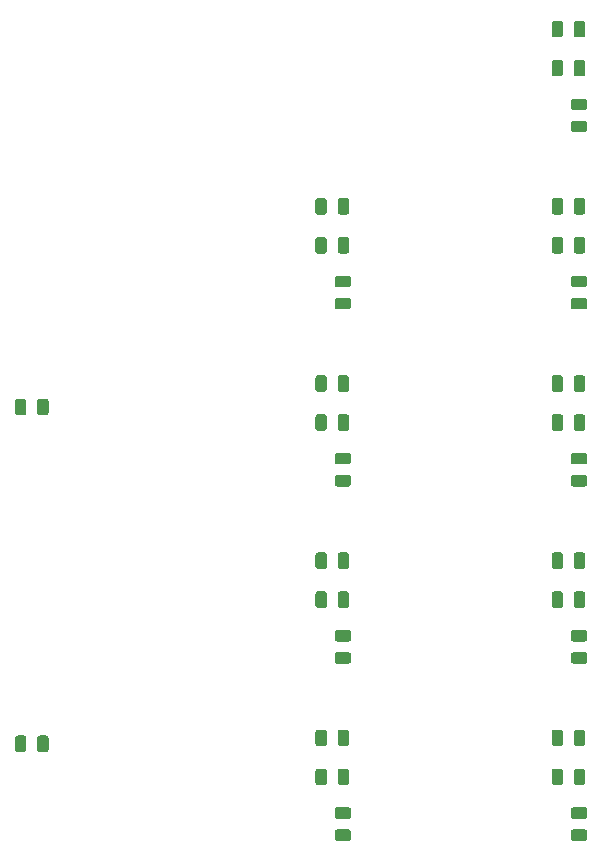
<source format=gbr>
%TF.GenerationSoftware,KiCad,Pcbnew,(5.1.5)-3*%
%TF.CreationDate,2021-01-11T01:20:26-06:00*%
%TF.ProjectId,BPS-Test,4250532d-5465-4737-942e-6b696361645f,rev?*%
%TF.SameCoordinates,Original*%
%TF.FileFunction,Paste,Bot*%
%TF.FilePolarity,Positive*%
%FSLAX46Y46*%
G04 Gerber Fmt 4.6, Leading zero omitted, Abs format (unit mm)*
G04 Created by KiCad (PCBNEW (5.1.5)-3) date 2021-01-11 01:20:26*
%MOMM*%
%LPD*%
G04 APERTURE LIST*
%ADD10C,0.100000*%
G04 APERTURE END LIST*
D10*
%TO.C,C1*%
G36*
X115067642Y-98201174D02*
G01*
X115091303Y-98204684D01*
X115114507Y-98210496D01*
X115137029Y-98218554D01*
X115158653Y-98228782D01*
X115179170Y-98241079D01*
X115198383Y-98255329D01*
X115216107Y-98271393D01*
X115232171Y-98289117D01*
X115246421Y-98308330D01*
X115258718Y-98328847D01*
X115268946Y-98350471D01*
X115277004Y-98372993D01*
X115282816Y-98396197D01*
X115286326Y-98419858D01*
X115287500Y-98443750D01*
X115287500Y-99356250D01*
X115286326Y-99380142D01*
X115282816Y-99403803D01*
X115277004Y-99427007D01*
X115268946Y-99449529D01*
X115258718Y-99471153D01*
X115246421Y-99491670D01*
X115232171Y-99510883D01*
X115216107Y-99528607D01*
X115198383Y-99544671D01*
X115179170Y-99558921D01*
X115158653Y-99571218D01*
X115137029Y-99581446D01*
X115114507Y-99589504D01*
X115091303Y-99595316D01*
X115067642Y-99598826D01*
X115043750Y-99600000D01*
X114556250Y-99600000D01*
X114532358Y-99598826D01*
X114508697Y-99595316D01*
X114485493Y-99589504D01*
X114462971Y-99581446D01*
X114441347Y-99571218D01*
X114420830Y-99558921D01*
X114401617Y-99544671D01*
X114383893Y-99528607D01*
X114367829Y-99510883D01*
X114353579Y-99491670D01*
X114341282Y-99471153D01*
X114331054Y-99449529D01*
X114322996Y-99427007D01*
X114317184Y-99403803D01*
X114313674Y-99380142D01*
X114312500Y-99356250D01*
X114312500Y-98443750D01*
X114313674Y-98419858D01*
X114317184Y-98396197D01*
X114322996Y-98372993D01*
X114331054Y-98350471D01*
X114341282Y-98328847D01*
X114353579Y-98308330D01*
X114367829Y-98289117D01*
X114383893Y-98271393D01*
X114401617Y-98255329D01*
X114420830Y-98241079D01*
X114441347Y-98228782D01*
X114462971Y-98218554D01*
X114485493Y-98210496D01*
X114508697Y-98204684D01*
X114532358Y-98201174D01*
X114556250Y-98200000D01*
X115043750Y-98200000D01*
X115067642Y-98201174D01*
G37*
G36*
X113192642Y-98201174D02*
G01*
X113216303Y-98204684D01*
X113239507Y-98210496D01*
X113262029Y-98218554D01*
X113283653Y-98228782D01*
X113304170Y-98241079D01*
X113323383Y-98255329D01*
X113341107Y-98271393D01*
X113357171Y-98289117D01*
X113371421Y-98308330D01*
X113383718Y-98328847D01*
X113393946Y-98350471D01*
X113402004Y-98372993D01*
X113407816Y-98396197D01*
X113411326Y-98419858D01*
X113412500Y-98443750D01*
X113412500Y-99356250D01*
X113411326Y-99380142D01*
X113407816Y-99403803D01*
X113402004Y-99427007D01*
X113393946Y-99449529D01*
X113383718Y-99471153D01*
X113371421Y-99491670D01*
X113357171Y-99510883D01*
X113341107Y-99528607D01*
X113323383Y-99544671D01*
X113304170Y-99558921D01*
X113283653Y-99571218D01*
X113262029Y-99581446D01*
X113239507Y-99589504D01*
X113216303Y-99595316D01*
X113192642Y-99598826D01*
X113168750Y-99600000D01*
X112681250Y-99600000D01*
X112657358Y-99598826D01*
X112633697Y-99595316D01*
X112610493Y-99589504D01*
X112587971Y-99581446D01*
X112566347Y-99571218D01*
X112545830Y-99558921D01*
X112526617Y-99544671D01*
X112508893Y-99528607D01*
X112492829Y-99510883D01*
X112478579Y-99491670D01*
X112466282Y-99471153D01*
X112456054Y-99449529D01*
X112447996Y-99427007D01*
X112442184Y-99403803D01*
X112438674Y-99380142D01*
X112437500Y-99356250D01*
X112437500Y-98443750D01*
X112438674Y-98419858D01*
X112442184Y-98396197D01*
X112447996Y-98372993D01*
X112456054Y-98350471D01*
X112466282Y-98328847D01*
X112478579Y-98308330D01*
X112492829Y-98289117D01*
X112508893Y-98271393D01*
X112526617Y-98255329D01*
X112545830Y-98241079D01*
X112566347Y-98228782D01*
X112587971Y-98218554D01*
X112610493Y-98210496D01*
X112633697Y-98204684D01*
X112657358Y-98201174D01*
X112681250Y-98200000D01*
X113168750Y-98200000D01*
X113192642Y-98201174D01*
G37*
%TD*%
%TO.C,C11*%
G36*
X115067642Y-126701174D02*
G01*
X115091303Y-126704684D01*
X115114507Y-126710496D01*
X115137029Y-126718554D01*
X115158653Y-126728782D01*
X115179170Y-126741079D01*
X115198383Y-126755329D01*
X115216107Y-126771393D01*
X115232171Y-126789117D01*
X115246421Y-126808330D01*
X115258718Y-126828847D01*
X115268946Y-126850471D01*
X115277004Y-126872993D01*
X115282816Y-126896197D01*
X115286326Y-126919858D01*
X115287500Y-126943750D01*
X115287500Y-127856250D01*
X115286326Y-127880142D01*
X115282816Y-127903803D01*
X115277004Y-127927007D01*
X115268946Y-127949529D01*
X115258718Y-127971153D01*
X115246421Y-127991670D01*
X115232171Y-128010883D01*
X115216107Y-128028607D01*
X115198383Y-128044671D01*
X115179170Y-128058921D01*
X115158653Y-128071218D01*
X115137029Y-128081446D01*
X115114507Y-128089504D01*
X115091303Y-128095316D01*
X115067642Y-128098826D01*
X115043750Y-128100000D01*
X114556250Y-128100000D01*
X114532358Y-128098826D01*
X114508697Y-128095316D01*
X114485493Y-128089504D01*
X114462971Y-128081446D01*
X114441347Y-128071218D01*
X114420830Y-128058921D01*
X114401617Y-128044671D01*
X114383893Y-128028607D01*
X114367829Y-128010883D01*
X114353579Y-127991670D01*
X114341282Y-127971153D01*
X114331054Y-127949529D01*
X114322996Y-127927007D01*
X114317184Y-127903803D01*
X114313674Y-127880142D01*
X114312500Y-127856250D01*
X114312500Y-126943750D01*
X114313674Y-126919858D01*
X114317184Y-126896197D01*
X114322996Y-126872993D01*
X114331054Y-126850471D01*
X114341282Y-126828847D01*
X114353579Y-126808330D01*
X114367829Y-126789117D01*
X114383893Y-126771393D01*
X114401617Y-126755329D01*
X114420830Y-126741079D01*
X114441347Y-126728782D01*
X114462971Y-126718554D01*
X114485493Y-126710496D01*
X114508697Y-126704684D01*
X114532358Y-126701174D01*
X114556250Y-126700000D01*
X115043750Y-126700000D01*
X115067642Y-126701174D01*
G37*
G36*
X113192642Y-126701174D02*
G01*
X113216303Y-126704684D01*
X113239507Y-126710496D01*
X113262029Y-126718554D01*
X113283653Y-126728782D01*
X113304170Y-126741079D01*
X113323383Y-126755329D01*
X113341107Y-126771393D01*
X113357171Y-126789117D01*
X113371421Y-126808330D01*
X113383718Y-126828847D01*
X113393946Y-126850471D01*
X113402004Y-126872993D01*
X113407816Y-126896197D01*
X113411326Y-126919858D01*
X113412500Y-126943750D01*
X113412500Y-127856250D01*
X113411326Y-127880142D01*
X113407816Y-127903803D01*
X113402004Y-127927007D01*
X113393946Y-127949529D01*
X113383718Y-127971153D01*
X113371421Y-127991670D01*
X113357171Y-128010883D01*
X113341107Y-128028607D01*
X113323383Y-128044671D01*
X113304170Y-128058921D01*
X113283653Y-128071218D01*
X113262029Y-128081446D01*
X113239507Y-128089504D01*
X113216303Y-128095316D01*
X113192642Y-128098826D01*
X113168750Y-128100000D01*
X112681250Y-128100000D01*
X112657358Y-128098826D01*
X112633697Y-128095316D01*
X112610493Y-128089504D01*
X112587971Y-128081446D01*
X112566347Y-128071218D01*
X112545830Y-128058921D01*
X112526617Y-128044671D01*
X112508893Y-128028607D01*
X112492829Y-128010883D01*
X112478579Y-127991670D01*
X112466282Y-127971153D01*
X112456054Y-127949529D01*
X112447996Y-127927007D01*
X112442184Y-127903803D01*
X112438674Y-127880142D01*
X112437500Y-127856250D01*
X112437500Y-126943750D01*
X112438674Y-126919858D01*
X112442184Y-126896197D01*
X112447996Y-126872993D01*
X112456054Y-126850471D01*
X112466282Y-126828847D01*
X112478579Y-126808330D01*
X112492829Y-126789117D01*
X112508893Y-126771393D01*
X112526617Y-126755329D01*
X112545830Y-126741079D01*
X112566347Y-126728782D01*
X112587971Y-126718554D01*
X112610493Y-126710496D01*
X112633697Y-126704684D01*
X112657358Y-126701174D01*
X112681250Y-126700000D01*
X113168750Y-126700000D01*
X113192642Y-126701174D01*
G37*
%TD*%
%TO.C,R24*%
G36*
X160505142Y-129501174D02*
G01*
X160528803Y-129504684D01*
X160552007Y-129510496D01*
X160574529Y-129518554D01*
X160596153Y-129528782D01*
X160616670Y-129541079D01*
X160635883Y-129555329D01*
X160653607Y-129571393D01*
X160669671Y-129589117D01*
X160683921Y-129608330D01*
X160696218Y-129628847D01*
X160706446Y-129650471D01*
X160714504Y-129672993D01*
X160720316Y-129696197D01*
X160723826Y-129719858D01*
X160725000Y-129743750D01*
X160725000Y-130656250D01*
X160723826Y-130680142D01*
X160720316Y-130703803D01*
X160714504Y-130727007D01*
X160706446Y-130749529D01*
X160696218Y-130771153D01*
X160683921Y-130791670D01*
X160669671Y-130810883D01*
X160653607Y-130828607D01*
X160635883Y-130844671D01*
X160616670Y-130858921D01*
X160596153Y-130871218D01*
X160574529Y-130881446D01*
X160552007Y-130889504D01*
X160528803Y-130895316D01*
X160505142Y-130898826D01*
X160481250Y-130900000D01*
X159993750Y-130900000D01*
X159969858Y-130898826D01*
X159946197Y-130895316D01*
X159922993Y-130889504D01*
X159900471Y-130881446D01*
X159878847Y-130871218D01*
X159858330Y-130858921D01*
X159839117Y-130844671D01*
X159821393Y-130828607D01*
X159805329Y-130810883D01*
X159791079Y-130791670D01*
X159778782Y-130771153D01*
X159768554Y-130749529D01*
X159760496Y-130727007D01*
X159754684Y-130703803D01*
X159751174Y-130680142D01*
X159750000Y-130656250D01*
X159750000Y-129743750D01*
X159751174Y-129719858D01*
X159754684Y-129696197D01*
X159760496Y-129672993D01*
X159768554Y-129650471D01*
X159778782Y-129628847D01*
X159791079Y-129608330D01*
X159805329Y-129589117D01*
X159821393Y-129571393D01*
X159839117Y-129555329D01*
X159858330Y-129541079D01*
X159878847Y-129528782D01*
X159900471Y-129518554D01*
X159922993Y-129510496D01*
X159946197Y-129504684D01*
X159969858Y-129501174D01*
X159993750Y-129500000D01*
X160481250Y-129500000D01*
X160505142Y-129501174D01*
G37*
G36*
X158630142Y-129501174D02*
G01*
X158653803Y-129504684D01*
X158677007Y-129510496D01*
X158699529Y-129518554D01*
X158721153Y-129528782D01*
X158741670Y-129541079D01*
X158760883Y-129555329D01*
X158778607Y-129571393D01*
X158794671Y-129589117D01*
X158808921Y-129608330D01*
X158821218Y-129628847D01*
X158831446Y-129650471D01*
X158839504Y-129672993D01*
X158845316Y-129696197D01*
X158848826Y-129719858D01*
X158850000Y-129743750D01*
X158850000Y-130656250D01*
X158848826Y-130680142D01*
X158845316Y-130703803D01*
X158839504Y-130727007D01*
X158831446Y-130749529D01*
X158821218Y-130771153D01*
X158808921Y-130791670D01*
X158794671Y-130810883D01*
X158778607Y-130828607D01*
X158760883Y-130844671D01*
X158741670Y-130858921D01*
X158721153Y-130871218D01*
X158699529Y-130881446D01*
X158677007Y-130889504D01*
X158653803Y-130895316D01*
X158630142Y-130898826D01*
X158606250Y-130900000D01*
X158118750Y-130900000D01*
X158094858Y-130898826D01*
X158071197Y-130895316D01*
X158047993Y-130889504D01*
X158025471Y-130881446D01*
X158003847Y-130871218D01*
X157983330Y-130858921D01*
X157964117Y-130844671D01*
X157946393Y-130828607D01*
X157930329Y-130810883D01*
X157916079Y-130791670D01*
X157903782Y-130771153D01*
X157893554Y-130749529D01*
X157885496Y-130727007D01*
X157879684Y-130703803D01*
X157876174Y-130680142D01*
X157875000Y-130656250D01*
X157875000Y-129743750D01*
X157876174Y-129719858D01*
X157879684Y-129696197D01*
X157885496Y-129672993D01*
X157893554Y-129650471D01*
X157903782Y-129628847D01*
X157916079Y-129608330D01*
X157930329Y-129589117D01*
X157946393Y-129571393D01*
X157964117Y-129555329D01*
X157983330Y-129541079D01*
X158003847Y-129528782D01*
X158025471Y-129518554D01*
X158047993Y-129510496D01*
X158071197Y-129504684D01*
X158094858Y-129501174D01*
X158118750Y-129500000D01*
X158606250Y-129500000D01*
X158630142Y-129501174D01*
G37*
%TD*%
%TO.C,R16*%
G36*
X160505142Y-114501174D02*
G01*
X160528803Y-114504684D01*
X160552007Y-114510496D01*
X160574529Y-114518554D01*
X160596153Y-114528782D01*
X160616670Y-114541079D01*
X160635883Y-114555329D01*
X160653607Y-114571393D01*
X160669671Y-114589117D01*
X160683921Y-114608330D01*
X160696218Y-114628847D01*
X160706446Y-114650471D01*
X160714504Y-114672993D01*
X160720316Y-114696197D01*
X160723826Y-114719858D01*
X160725000Y-114743750D01*
X160725000Y-115656250D01*
X160723826Y-115680142D01*
X160720316Y-115703803D01*
X160714504Y-115727007D01*
X160706446Y-115749529D01*
X160696218Y-115771153D01*
X160683921Y-115791670D01*
X160669671Y-115810883D01*
X160653607Y-115828607D01*
X160635883Y-115844671D01*
X160616670Y-115858921D01*
X160596153Y-115871218D01*
X160574529Y-115881446D01*
X160552007Y-115889504D01*
X160528803Y-115895316D01*
X160505142Y-115898826D01*
X160481250Y-115900000D01*
X159993750Y-115900000D01*
X159969858Y-115898826D01*
X159946197Y-115895316D01*
X159922993Y-115889504D01*
X159900471Y-115881446D01*
X159878847Y-115871218D01*
X159858330Y-115858921D01*
X159839117Y-115844671D01*
X159821393Y-115828607D01*
X159805329Y-115810883D01*
X159791079Y-115791670D01*
X159778782Y-115771153D01*
X159768554Y-115749529D01*
X159760496Y-115727007D01*
X159754684Y-115703803D01*
X159751174Y-115680142D01*
X159750000Y-115656250D01*
X159750000Y-114743750D01*
X159751174Y-114719858D01*
X159754684Y-114696197D01*
X159760496Y-114672993D01*
X159768554Y-114650471D01*
X159778782Y-114628847D01*
X159791079Y-114608330D01*
X159805329Y-114589117D01*
X159821393Y-114571393D01*
X159839117Y-114555329D01*
X159858330Y-114541079D01*
X159878847Y-114528782D01*
X159900471Y-114518554D01*
X159922993Y-114510496D01*
X159946197Y-114504684D01*
X159969858Y-114501174D01*
X159993750Y-114500000D01*
X160481250Y-114500000D01*
X160505142Y-114501174D01*
G37*
G36*
X158630142Y-114501174D02*
G01*
X158653803Y-114504684D01*
X158677007Y-114510496D01*
X158699529Y-114518554D01*
X158721153Y-114528782D01*
X158741670Y-114541079D01*
X158760883Y-114555329D01*
X158778607Y-114571393D01*
X158794671Y-114589117D01*
X158808921Y-114608330D01*
X158821218Y-114628847D01*
X158831446Y-114650471D01*
X158839504Y-114672993D01*
X158845316Y-114696197D01*
X158848826Y-114719858D01*
X158850000Y-114743750D01*
X158850000Y-115656250D01*
X158848826Y-115680142D01*
X158845316Y-115703803D01*
X158839504Y-115727007D01*
X158831446Y-115749529D01*
X158821218Y-115771153D01*
X158808921Y-115791670D01*
X158794671Y-115810883D01*
X158778607Y-115828607D01*
X158760883Y-115844671D01*
X158741670Y-115858921D01*
X158721153Y-115871218D01*
X158699529Y-115881446D01*
X158677007Y-115889504D01*
X158653803Y-115895316D01*
X158630142Y-115898826D01*
X158606250Y-115900000D01*
X158118750Y-115900000D01*
X158094858Y-115898826D01*
X158071197Y-115895316D01*
X158047993Y-115889504D01*
X158025471Y-115881446D01*
X158003847Y-115871218D01*
X157983330Y-115858921D01*
X157964117Y-115844671D01*
X157946393Y-115828607D01*
X157930329Y-115810883D01*
X157916079Y-115791670D01*
X157903782Y-115771153D01*
X157893554Y-115749529D01*
X157885496Y-115727007D01*
X157879684Y-115703803D01*
X157876174Y-115680142D01*
X157875000Y-115656250D01*
X157875000Y-114743750D01*
X157876174Y-114719858D01*
X157879684Y-114696197D01*
X157885496Y-114672993D01*
X157893554Y-114650471D01*
X157903782Y-114628847D01*
X157916079Y-114608330D01*
X157930329Y-114589117D01*
X157946393Y-114571393D01*
X157964117Y-114555329D01*
X157983330Y-114541079D01*
X158003847Y-114528782D01*
X158025471Y-114518554D01*
X158047993Y-114510496D01*
X158071197Y-114504684D01*
X158094858Y-114501174D01*
X158118750Y-114500000D01*
X158606250Y-114500000D01*
X158630142Y-114501174D01*
G37*
%TD*%
%TO.C,R17*%
G36*
X160505142Y-99501174D02*
G01*
X160528803Y-99504684D01*
X160552007Y-99510496D01*
X160574529Y-99518554D01*
X160596153Y-99528782D01*
X160616670Y-99541079D01*
X160635883Y-99555329D01*
X160653607Y-99571393D01*
X160669671Y-99589117D01*
X160683921Y-99608330D01*
X160696218Y-99628847D01*
X160706446Y-99650471D01*
X160714504Y-99672993D01*
X160720316Y-99696197D01*
X160723826Y-99719858D01*
X160725000Y-99743750D01*
X160725000Y-100656250D01*
X160723826Y-100680142D01*
X160720316Y-100703803D01*
X160714504Y-100727007D01*
X160706446Y-100749529D01*
X160696218Y-100771153D01*
X160683921Y-100791670D01*
X160669671Y-100810883D01*
X160653607Y-100828607D01*
X160635883Y-100844671D01*
X160616670Y-100858921D01*
X160596153Y-100871218D01*
X160574529Y-100881446D01*
X160552007Y-100889504D01*
X160528803Y-100895316D01*
X160505142Y-100898826D01*
X160481250Y-100900000D01*
X159993750Y-100900000D01*
X159969858Y-100898826D01*
X159946197Y-100895316D01*
X159922993Y-100889504D01*
X159900471Y-100881446D01*
X159878847Y-100871218D01*
X159858330Y-100858921D01*
X159839117Y-100844671D01*
X159821393Y-100828607D01*
X159805329Y-100810883D01*
X159791079Y-100791670D01*
X159778782Y-100771153D01*
X159768554Y-100749529D01*
X159760496Y-100727007D01*
X159754684Y-100703803D01*
X159751174Y-100680142D01*
X159750000Y-100656250D01*
X159750000Y-99743750D01*
X159751174Y-99719858D01*
X159754684Y-99696197D01*
X159760496Y-99672993D01*
X159768554Y-99650471D01*
X159778782Y-99628847D01*
X159791079Y-99608330D01*
X159805329Y-99589117D01*
X159821393Y-99571393D01*
X159839117Y-99555329D01*
X159858330Y-99541079D01*
X159878847Y-99528782D01*
X159900471Y-99518554D01*
X159922993Y-99510496D01*
X159946197Y-99504684D01*
X159969858Y-99501174D01*
X159993750Y-99500000D01*
X160481250Y-99500000D01*
X160505142Y-99501174D01*
G37*
G36*
X158630142Y-99501174D02*
G01*
X158653803Y-99504684D01*
X158677007Y-99510496D01*
X158699529Y-99518554D01*
X158721153Y-99528782D01*
X158741670Y-99541079D01*
X158760883Y-99555329D01*
X158778607Y-99571393D01*
X158794671Y-99589117D01*
X158808921Y-99608330D01*
X158821218Y-99628847D01*
X158831446Y-99650471D01*
X158839504Y-99672993D01*
X158845316Y-99696197D01*
X158848826Y-99719858D01*
X158850000Y-99743750D01*
X158850000Y-100656250D01*
X158848826Y-100680142D01*
X158845316Y-100703803D01*
X158839504Y-100727007D01*
X158831446Y-100749529D01*
X158821218Y-100771153D01*
X158808921Y-100791670D01*
X158794671Y-100810883D01*
X158778607Y-100828607D01*
X158760883Y-100844671D01*
X158741670Y-100858921D01*
X158721153Y-100871218D01*
X158699529Y-100881446D01*
X158677007Y-100889504D01*
X158653803Y-100895316D01*
X158630142Y-100898826D01*
X158606250Y-100900000D01*
X158118750Y-100900000D01*
X158094858Y-100898826D01*
X158071197Y-100895316D01*
X158047993Y-100889504D01*
X158025471Y-100881446D01*
X158003847Y-100871218D01*
X157983330Y-100858921D01*
X157964117Y-100844671D01*
X157946393Y-100828607D01*
X157930329Y-100810883D01*
X157916079Y-100791670D01*
X157903782Y-100771153D01*
X157893554Y-100749529D01*
X157885496Y-100727007D01*
X157879684Y-100703803D01*
X157876174Y-100680142D01*
X157875000Y-100656250D01*
X157875000Y-99743750D01*
X157876174Y-99719858D01*
X157879684Y-99696197D01*
X157885496Y-99672993D01*
X157893554Y-99650471D01*
X157903782Y-99628847D01*
X157916079Y-99608330D01*
X157930329Y-99589117D01*
X157946393Y-99571393D01*
X157964117Y-99555329D01*
X157983330Y-99541079D01*
X158003847Y-99528782D01*
X158025471Y-99518554D01*
X158047993Y-99510496D01*
X158071197Y-99504684D01*
X158094858Y-99501174D01*
X158118750Y-99500000D01*
X158606250Y-99500000D01*
X158630142Y-99501174D01*
G37*
%TD*%
%TO.C,R19*%
G36*
X160505142Y-69501174D02*
G01*
X160528803Y-69504684D01*
X160552007Y-69510496D01*
X160574529Y-69518554D01*
X160596153Y-69528782D01*
X160616670Y-69541079D01*
X160635883Y-69555329D01*
X160653607Y-69571393D01*
X160669671Y-69589117D01*
X160683921Y-69608330D01*
X160696218Y-69628847D01*
X160706446Y-69650471D01*
X160714504Y-69672993D01*
X160720316Y-69696197D01*
X160723826Y-69719858D01*
X160725000Y-69743750D01*
X160725000Y-70656250D01*
X160723826Y-70680142D01*
X160720316Y-70703803D01*
X160714504Y-70727007D01*
X160706446Y-70749529D01*
X160696218Y-70771153D01*
X160683921Y-70791670D01*
X160669671Y-70810883D01*
X160653607Y-70828607D01*
X160635883Y-70844671D01*
X160616670Y-70858921D01*
X160596153Y-70871218D01*
X160574529Y-70881446D01*
X160552007Y-70889504D01*
X160528803Y-70895316D01*
X160505142Y-70898826D01*
X160481250Y-70900000D01*
X159993750Y-70900000D01*
X159969858Y-70898826D01*
X159946197Y-70895316D01*
X159922993Y-70889504D01*
X159900471Y-70881446D01*
X159878847Y-70871218D01*
X159858330Y-70858921D01*
X159839117Y-70844671D01*
X159821393Y-70828607D01*
X159805329Y-70810883D01*
X159791079Y-70791670D01*
X159778782Y-70771153D01*
X159768554Y-70749529D01*
X159760496Y-70727007D01*
X159754684Y-70703803D01*
X159751174Y-70680142D01*
X159750000Y-70656250D01*
X159750000Y-69743750D01*
X159751174Y-69719858D01*
X159754684Y-69696197D01*
X159760496Y-69672993D01*
X159768554Y-69650471D01*
X159778782Y-69628847D01*
X159791079Y-69608330D01*
X159805329Y-69589117D01*
X159821393Y-69571393D01*
X159839117Y-69555329D01*
X159858330Y-69541079D01*
X159878847Y-69528782D01*
X159900471Y-69518554D01*
X159922993Y-69510496D01*
X159946197Y-69504684D01*
X159969858Y-69501174D01*
X159993750Y-69500000D01*
X160481250Y-69500000D01*
X160505142Y-69501174D01*
G37*
G36*
X158630142Y-69501174D02*
G01*
X158653803Y-69504684D01*
X158677007Y-69510496D01*
X158699529Y-69518554D01*
X158721153Y-69528782D01*
X158741670Y-69541079D01*
X158760883Y-69555329D01*
X158778607Y-69571393D01*
X158794671Y-69589117D01*
X158808921Y-69608330D01*
X158821218Y-69628847D01*
X158831446Y-69650471D01*
X158839504Y-69672993D01*
X158845316Y-69696197D01*
X158848826Y-69719858D01*
X158850000Y-69743750D01*
X158850000Y-70656250D01*
X158848826Y-70680142D01*
X158845316Y-70703803D01*
X158839504Y-70727007D01*
X158831446Y-70749529D01*
X158821218Y-70771153D01*
X158808921Y-70791670D01*
X158794671Y-70810883D01*
X158778607Y-70828607D01*
X158760883Y-70844671D01*
X158741670Y-70858921D01*
X158721153Y-70871218D01*
X158699529Y-70881446D01*
X158677007Y-70889504D01*
X158653803Y-70895316D01*
X158630142Y-70898826D01*
X158606250Y-70900000D01*
X158118750Y-70900000D01*
X158094858Y-70898826D01*
X158071197Y-70895316D01*
X158047993Y-70889504D01*
X158025471Y-70881446D01*
X158003847Y-70871218D01*
X157983330Y-70858921D01*
X157964117Y-70844671D01*
X157946393Y-70828607D01*
X157930329Y-70810883D01*
X157916079Y-70791670D01*
X157903782Y-70771153D01*
X157893554Y-70749529D01*
X157885496Y-70727007D01*
X157879684Y-70703803D01*
X157876174Y-70680142D01*
X157875000Y-70656250D01*
X157875000Y-69743750D01*
X157876174Y-69719858D01*
X157879684Y-69696197D01*
X157885496Y-69672993D01*
X157893554Y-69650471D01*
X157903782Y-69628847D01*
X157916079Y-69608330D01*
X157930329Y-69589117D01*
X157946393Y-69571393D01*
X157964117Y-69555329D01*
X157983330Y-69541079D01*
X158003847Y-69528782D01*
X158025471Y-69518554D01*
X158047993Y-69510496D01*
X158071197Y-69504684D01*
X158094858Y-69501174D01*
X158118750Y-69500000D01*
X158606250Y-69500000D01*
X158630142Y-69501174D01*
G37*
%TD*%
%TO.C,R18*%
G36*
X160505142Y-84501174D02*
G01*
X160528803Y-84504684D01*
X160552007Y-84510496D01*
X160574529Y-84518554D01*
X160596153Y-84528782D01*
X160616670Y-84541079D01*
X160635883Y-84555329D01*
X160653607Y-84571393D01*
X160669671Y-84589117D01*
X160683921Y-84608330D01*
X160696218Y-84628847D01*
X160706446Y-84650471D01*
X160714504Y-84672993D01*
X160720316Y-84696197D01*
X160723826Y-84719858D01*
X160725000Y-84743750D01*
X160725000Y-85656250D01*
X160723826Y-85680142D01*
X160720316Y-85703803D01*
X160714504Y-85727007D01*
X160706446Y-85749529D01*
X160696218Y-85771153D01*
X160683921Y-85791670D01*
X160669671Y-85810883D01*
X160653607Y-85828607D01*
X160635883Y-85844671D01*
X160616670Y-85858921D01*
X160596153Y-85871218D01*
X160574529Y-85881446D01*
X160552007Y-85889504D01*
X160528803Y-85895316D01*
X160505142Y-85898826D01*
X160481250Y-85900000D01*
X159993750Y-85900000D01*
X159969858Y-85898826D01*
X159946197Y-85895316D01*
X159922993Y-85889504D01*
X159900471Y-85881446D01*
X159878847Y-85871218D01*
X159858330Y-85858921D01*
X159839117Y-85844671D01*
X159821393Y-85828607D01*
X159805329Y-85810883D01*
X159791079Y-85791670D01*
X159778782Y-85771153D01*
X159768554Y-85749529D01*
X159760496Y-85727007D01*
X159754684Y-85703803D01*
X159751174Y-85680142D01*
X159750000Y-85656250D01*
X159750000Y-84743750D01*
X159751174Y-84719858D01*
X159754684Y-84696197D01*
X159760496Y-84672993D01*
X159768554Y-84650471D01*
X159778782Y-84628847D01*
X159791079Y-84608330D01*
X159805329Y-84589117D01*
X159821393Y-84571393D01*
X159839117Y-84555329D01*
X159858330Y-84541079D01*
X159878847Y-84528782D01*
X159900471Y-84518554D01*
X159922993Y-84510496D01*
X159946197Y-84504684D01*
X159969858Y-84501174D01*
X159993750Y-84500000D01*
X160481250Y-84500000D01*
X160505142Y-84501174D01*
G37*
G36*
X158630142Y-84501174D02*
G01*
X158653803Y-84504684D01*
X158677007Y-84510496D01*
X158699529Y-84518554D01*
X158721153Y-84528782D01*
X158741670Y-84541079D01*
X158760883Y-84555329D01*
X158778607Y-84571393D01*
X158794671Y-84589117D01*
X158808921Y-84608330D01*
X158821218Y-84628847D01*
X158831446Y-84650471D01*
X158839504Y-84672993D01*
X158845316Y-84696197D01*
X158848826Y-84719858D01*
X158850000Y-84743750D01*
X158850000Y-85656250D01*
X158848826Y-85680142D01*
X158845316Y-85703803D01*
X158839504Y-85727007D01*
X158831446Y-85749529D01*
X158821218Y-85771153D01*
X158808921Y-85791670D01*
X158794671Y-85810883D01*
X158778607Y-85828607D01*
X158760883Y-85844671D01*
X158741670Y-85858921D01*
X158721153Y-85871218D01*
X158699529Y-85881446D01*
X158677007Y-85889504D01*
X158653803Y-85895316D01*
X158630142Y-85898826D01*
X158606250Y-85900000D01*
X158118750Y-85900000D01*
X158094858Y-85898826D01*
X158071197Y-85895316D01*
X158047993Y-85889504D01*
X158025471Y-85881446D01*
X158003847Y-85871218D01*
X157983330Y-85858921D01*
X157964117Y-85844671D01*
X157946393Y-85828607D01*
X157930329Y-85810883D01*
X157916079Y-85791670D01*
X157903782Y-85771153D01*
X157893554Y-85749529D01*
X157885496Y-85727007D01*
X157879684Y-85703803D01*
X157876174Y-85680142D01*
X157875000Y-85656250D01*
X157875000Y-84743750D01*
X157876174Y-84719858D01*
X157879684Y-84696197D01*
X157885496Y-84672993D01*
X157893554Y-84650471D01*
X157903782Y-84628847D01*
X157916079Y-84608330D01*
X157930329Y-84589117D01*
X157946393Y-84571393D01*
X157964117Y-84555329D01*
X157983330Y-84541079D01*
X158003847Y-84528782D01*
X158025471Y-84518554D01*
X158047993Y-84510496D01*
X158071197Y-84504684D01*
X158094858Y-84501174D01*
X158118750Y-84500000D01*
X158606250Y-84500000D01*
X158630142Y-84501174D01*
G37*
%TD*%
%TO.C,C5*%
G36*
X160680142Y-72776174D02*
G01*
X160703803Y-72779684D01*
X160727007Y-72785496D01*
X160749529Y-72793554D01*
X160771153Y-72803782D01*
X160791670Y-72816079D01*
X160810883Y-72830329D01*
X160828607Y-72846393D01*
X160844671Y-72864117D01*
X160858921Y-72883330D01*
X160871218Y-72903847D01*
X160881446Y-72925471D01*
X160889504Y-72947993D01*
X160895316Y-72971197D01*
X160898826Y-72994858D01*
X160900000Y-73018750D01*
X160900000Y-73506250D01*
X160898826Y-73530142D01*
X160895316Y-73553803D01*
X160889504Y-73577007D01*
X160881446Y-73599529D01*
X160871218Y-73621153D01*
X160858921Y-73641670D01*
X160844671Y-73660883D01*
X160828607Y-73678607D01*
X160810883Y-73694671D01*
X160791670Y-73708921D01*
X160771153Y-73721218D01*
X160749529Y-73731446D01*
X160727007Y-73739504D01*
X160703803Y-73745316D01*
X160680142Y-73748826D01*
X160656250Y-73750000D01*
X159743750Y-73750000D01*
X159719858Y-73748826D01*
X159696197Y-73745316D01*
X159672993Y-73739504D01*
X159650471Y-73731446D01*
X159628847Y-73721218D01*
X159608330Y-73708921D01*
X159589117Y-73694671D01*
X159571393Y-73678607D01*
X159555329Y-73660883D01*
X159541079Y-73641670D01*
X159528782Y-73621153D01*
X159518554Y-73599529D01*
X159510496Y-73577007D01*
X159504684Y-73553803D01*
X159501174Y-73530142D01*
X159500000Y-73506250D01*
X159500000Y-73018750D01*
X159501174Y-72994858D01*
X159504684Y-72971197D01*
X159510496Y-72947993D01*
X159518554Y-72925471D01*
X159528782Y-72903847D01*
X159541079Y-72883330D01*
X159555329Y-72864117D01*
X159571393Y-72846393D01*
X159589117Y-72830329D01*
X159608330Y-72816079D01*
X159628847Y-72803782D01*
X159650471Y-72793554D01*
X159672993Y-72785496D01*
X159696197Y-72779684D01*
X159719858Y-72776174D01*
X159743750Y-72775000D01*
X160656250Y-72775000D01*
X160680142Y-72776174D01*
G37*
G36*
X160680142Y-74651174D02*
G01*
X160703803Y-74654684D01*
X160727007Y-74660496D01*
X160749529Y-74668554D01*
X160771153Y-74678782D01*
X160791670Y-74691079D01*
X160810883Y-74705329D01*
X160828607Y-74721393D01*
X160844671Y-74739117D01*
X160858921Y-74758330D01*
X160871218Y-74778847D01*
X160881446Y-74800471D01*
X160889504Y-74822993D01*
X160895316Y-74846197D01*
X160898826Y-74869858D01*
X160900000Y-74893750D01*
X160900000Y-75381250D01*
X160898826Y-75405142D01*
X160895316Y-75428803D01*
X160889504Y-75452007D01*
X160881446Y-75474529D01*
X160871218Y-75496153D01*
X160858921Y-75516670D01*
X160844671Y-75535883D01*
X160828607Y-75553607D01*
X160810883Y-75569671D01*
X160791670Y-75583921D01*
X160771153Y-75596218D01*
X160749529Y-75606446D01*
X160727007Y-75614504D01*
X160703803Y-75620316D01*
X160680142Y-75623826D01*
X160656250Y-75625000D01*
X159743750Y-75625000D01*
X159719858Y-75623826D01*
X159696197Y-75620316D01*
X159672993Y-75614504D01*
X159650471Y-75606446D01*
X159628847Y-75596218D01*
X159608330Y-75583921D01*
X159589117Y-75569671D01*
X159571393Y-75553607D01*
X159555329Y-75535883D01*
X159541079Y-75516670D01*
X159528782Y-75496153D01*
X159518554Y-75474529D01*
X159510496Y-75452007D01*
X159504684Y-75428803D01*
X159501174Y-75405142D01*
X159500000Y-75381250D01*
X159500000Y-74893750D01*
X159501174Y-74869858D01*
X159504684Y-74846197D01*
X159510496Y-74822993D01*
X159518554Y-74800471D01*
X159528782Y-74778847D01*
X159541079Y-74758330D01*
X159555329Y-74739117D01*
X159571393Y-74721393D01*
X159589117Y-74705329D01*
X159608330Y-74691079D01*
X159628847Y-74678782D01*
X159650471Y-74668554D01*
X159672993Y-74660496D01*
X159696197Y-74654684D01*
X159719858Y-74651174D01*
X159743750Y-74650000D01*
X160656250Y-74650000D01*
X160680142Y-74651174D01*
G37*
%TD*%
%TO.C,C4*%
G36*
X160680142Y-87776174D02*
G01*
X160703803Y-87779684D01*
X160727007Y-87785496D01*
X160749529Y-87793554D01*
X160771153Y-87803782D01*
X160791670Y-87816079D01*
X160810883Y-87830329D01*
X160828607Y-87846393D01*
X160844671Y-87864117D01*
X160858921Y-87883330D01*
X160871218Y-87903847D01*
X160881446Y-87925471D01*
X160889504Y-87947993D01*
X160895316Y-87971197D01*
X160898826Y-87994858D01*
X160900000Y-88018750D01*
X160900000Y-88506250D01*
X160898826Y-88530142D01*
X160895316Y-88553803D01*
X160889504Y-88577007D01*
X160881446Y-88599529D01*
X160871218Y-88621153D01*
X160858921Y-88641670D01*
X160844671Y-88660883D01*
X160828607Y-88678607D01*
X160810883Y-88694671D01*
X160791670Y-88708921D01*
X160771153Y-88721218D01*
X160749529Y-88731446D01*
X160727007Y-88739504D01*
X160703803Y-88745316D01*
X160680142Y-88748826D01*
X160656250Y-88750000D01*
X159743750Y-88750000D01*
X159719858Y-88748826D01*
X159696197Y-88745316D01*
X159672993Y-88739504D01*
X159650471Y-88731446D01*
X159628847Y-88721218D01*
X159608330Y-88708921D01*
X159589117Y-88694671D01*
X159571393Y-88678607D01*
X159555329Y-88660883D01*
X159541079Y-88641670D01*
X159528782Y-88621153D01*
X159518554Y-88599529D01*
X159510496Y-88577007D01*
X159504684Y-88553803D01*
X159501174Y-88530142D01*
X159500000Y-88506250D01*
X159500000Y-88018750D01*
X159501174Y-87994858D01*
X159504684Y-87971197D01*
X159510496Y-87947993D01*
X159518554Y-87925471D01*
X159528782Y-87903847D01*
X159541079Y-87883330D01*
X159555329Y-87864117D01*
X159571393Y-87846393D01*
X159589117Y-87830329D01*
X159608330Y-87816079D01*
X159628847Y-87803782D01*
X159650471Y-87793554D01*
X159672993Y-87785496D01*
X159696197Y-87779684D01*
X159719858Y-87776174D01*
X159743750Y-87775000D01*
X160656250Y-87775000D01*
X160680142Y-87776174D01*
G37*
G36*
X160680142Y-89651174D02*
G01*
X160703803Y-89654684D01*
X160727007Y-89660496D01*
X160749529Y-89668554D01*
X160771153Y-89678782D01*
X160791670Y-89691079D01*
X160810883Y-89705329D01*
X160828607Y-89721393D01*
X160844671Y-89739117D01*
X160858921Y-89758330D01*
X160871218Y-89778847D01*
X160881446Y-89800471D01*
X160889504Y-89822993D01*
X160895316Y-89846197D01*
X160898826Y-89869858D01*
X160900000Y-89893750D01*
X160900000Y-90381250D01*
X160898826Y-90405142D01*
X160895316Y-90428803D01*
X160889504Y-90452007D01*
X160881446Y-90474529D01*
X160871218Y-90496153D01*
X160858921Y-90516670D01*
X160844671Y-90535883D01*
X160828607Y-90553607D01*
X160810883Y-90569671D01*
X160791670Y-90583921D01*
X160771153Y-90596218D01*
X160749529Y-90606446D01*
X160727007Y-90614504D01*
X160703803Y-90620316D01*
X160680142Y-90623826D01*
X160656250Y-90625000D01*
X159743750Y-90625000D01*
X159719858Y-90623826D01*
X159696197Y-90620316D01*
X159672993Y-90614504D01*
X159650471Y-90606446D01*
X159628847Y-90596218D01*
X159608330Y-90583921D01*
X159589117Y-90569671D01*
X159571393Y-90553607D01*
X159555329Y-90535883D01*
X159541079Y-90516670D01*
X159528782Y-90496153D01*
X159518554Y-90474529D01*
X159510496Y-90452007D01*
X159504684Y-90428803D01*
X159501174Y-90405142D01*
X159500000Y-90381250D01*
X159500000Y-89893750D01*
X159501174Y-89869858D01*
X159504684Y-89846197D01*
X159510496Y-89822993D01*
X159518554Y-89800471D01*
X159528782Y-89778847D01*
X159541079Y-89758330D01*
X159555329Y-89739117D01*
X159571393Y-89721393D01*
X159589117Y-89705329D01*
X159608330Y-89691079D01*
X159628847Y-89678782D01*
X159650471Y-89668554D01*
X159672993Y-89660496D01*
X159696197Y-89654684D01*
X159719858Y-89651174D01*
X159743750Y-89650000D01*
X160656250Y-89650000D01*
X160680142Y-89651174D01*
G37*
%TD*%
%TO.C,R7*%
G36*
X158630142Y-111201174D02*
G01*
X158653803Y-111204684D01*
X158677007Y-111210496D01*
X158699529Y-111218554D01*
X158721153Y-111228782D01*
X158741670Y-111241079D01*
X158760883Y-111255329D01*
X158778607Y-111271393D01*
X158794671Y-111289117D01*
X158808921Y-111308330D01*
X158821218Y-111328847D01*
X158831446Y-111350471D01*
X158839504Y-111372993D01*
X158845316Y-111396197D01*
X158848826Y-111419858D01*
X158850000Y-111443750D01*
X158850000Y-112356250D01*
X158848826Y-112380142D01*
X158845316Y-112403803D01*
X158839504Y-112427007D01*
X158831446Y-112449529D01*
X158821218Y-112471153D01*
X158808921Y-112491670D01*
X158794671Y-112510883D01*
X158778607Y-112528607D01*
X158760883Y-112544671D01*
X158741670Y-112558921D01*
X158721153Y-112571218D01*
X158699529Y-112581446D01*
X158677007Y-112589504D01*
X158653803Y-112595316D01*
X158630142Y-112598826D01*
X158606250Y-112600000D01*
X158118750Y-112600000D01*
X158094858Y-112598826D01*
X158071197Y-112595316D01*
X158047993Y-112589504D01*
X158025471Y-112581446D01*
X158003847Y-112571218D01*
X157983330Y-112558921D01*
X157964117Y-112544671D01*
X157946393Y-112528607D01*
X157930329Y-112510883D01*
X157916079Y-112491670D01*
X157903782Y-112471153D01*
X157893554Y-112449529D01*
X157885496Y-112427007D01*
X157879684Y-112403803D01*
X157876174Y-112380142D01*
X157875000Y-112356250D01*
X157875000Y-111443750D01*
X157876174Y-111419858D01*
X157879684Y-111396197D01*
X157885496Y-111372993D01*
X157893554Y-111350471D01*
X157903782Y-111328847D01*
X157916079Y-111308330D01*
X157930329Y-111289117D01*
X157946393Y-111271393D01*
X157964117Y-111255329D01*
X157983330Y-111241079D01*
X158003847Y-111228782D01*
X158025471Y-111218554D01*
X158047993Y-111210496D01*
X158071197Y-111204684D01*
X158094858Y-111201174D01*
X158118750Y-111200000D01*
X158606250Y-111200000D01*
X158630142Y-111201174D01*
G37*
G36*
X160505142Y-111201174D02*
G01*
X160528803Y-111204684D01*
X160552007Y-111210496D01*
X160574529Y-111218554D01*
X160596153Y-111228782D01*
X160616670Y-111241079D01*
X160635883Y-111255329D01*
X160653607Y-111271393D01*
X160669671Y-111289117D01*
X160683921Y-111308330D01*
X160696218Y-111328847D01*
X160706446Y-111350471D01*
X160714504Y-111372993D01*
X160720316Y-111396197D01*
X160723826Y-111419858D01*
X160725000Y-111443750D01*
X160725000Y-112356250D01*
X160723826Y-112380142D01*
X160720316Y-112403803D01*
X160714504Y-112427007D01*
X160706446Y-112449529D01*
X160696218Y-112471153D01*
X160683921Y-112491670D01*
X160669671Y-112510883D01*
X160653607Y-112528607D01*
X160635883Y-112544671D01*
X160616670Y-112558921D01*
X160596153Y-112571218D01*
X160574529Y-112581446D01*
X160552007Y-112589504D01*
X160528803Y-112595316D01*
X160505142Y-112598826D01*
X160481250Y-112600000D01*
X159993750Y-112600000D01*
X159969858Y-112598826D01*
X159946197Y-112595316D01*
X159922993Y-112589504D01*
X159900471Y-112581446D01*
X159878847Y-112571218D01*
X159858330Y-112558921D01*
X159839117Y-112544671D01*
X159821393Y-112528607D01*
X159805329Y-112510883D01*
X159791079Y-112491670D01*
X159778782Y-112471153D01*
X159768554Y-112449529D01*
X159760496Y-112427007D01*
X159754684Y-112403803D01*
X159751174Y-112380142D01*
X159750000Y-112356250D01*
X159750000Y-111443750D01*
X159751174Y-111419858D01*
X159754684Y-111396197D01*
X159760496Y-111372993D01*
X159768554Y-111350471D01*
X159778782Y-111328847D01*
X159791079Y-111308330D01*
X159805329Y-111289117D01*
X159821393Y-111271393D01*
X159839117Y-111255329D01*
X159858330Y-111241079D01*
X159878847Y-111228782D01*
X159900471Y-111218554D01*
X159922993Y-111210496D01*
X159946197Y-111204684D01*
X159969858Y-111201174D01*
X159993750Y-111200000D01*
X160481250Y-111200000D01*
X160505142Y-111201174D01*
G37*
%TD*%
%TO.C,R10*%
G36*
X158630142Y-66201174D02*
G01*
X158653803Y-66204684D01*
X158677007Y-66210496D01*
X158699529Y-66218554D01*
X158721153Y-66228782D01*
X158741670Y-66241079D01*
X158760883Y-66255329D01*
X158778607Y-66271393D01*
X158794671Y-66289117D01*
X158808921Y-66308330D01*
X158821218Y-66328847D01*
X158831446Y-66350471D01*
X158839504Y-66372993D01*
X158845316Y-66396197D01*
X158848826Y-66419858D01*
X158850000Y-66443750D01*
X158850000Y-67356250D01*
X158848826Y-67380142D01*
X158845316Y-67403803D01*
X158839504Y-67427007D01*
X158831446Y-67449529D01*
X158821218Y-67471153D01*
X158808921Y-67491670D01*
X158794671Y-67510883D01*
X158778607Y-67528607D01*
X158760883Y-67544671D01*
X158741670Y-67558921D01*
X158721153Y-67571218D01*
X158699529Y-67581446D01*
X158677007Y-67589504D01*
X158653803Y-67595316D01*
X158630142Y-67598826D01*
X158606250Y-67600000D01*
X158118750Y-67600000D01*
X158094858Y-67598826D01*
X158071197Y-67595316D01*
X158047993Y-67589504D01*
X158025471Y-67581446D01*
X158003847Y-67571218D01*
X157983330Y-67558921D01*
X157964117Y-67544671D01*
X157946393Y-67528607D01*
X157930329Y-67510883D01*
X157916079Y-67491670D01*
X157903782Y-67471153D01*
X157893554Y-67449529D01*
X157885496Y-67427007D01*
X157879684Y-67403803D01*
X157876174Y-67380142D01*
X157875000Y-67356250D01*
X157875000Y-66443750D01*
X157876174Y-66419858D01*
X157879684Y-66396197D01*
X157885496Y-66372993D01*
X157893554Y-66350471D01*
X157903782Y-66328847D01*
X157916079Y-66308330D01*
X157930329Y-66289117D01*
X157946393Y-66271393D01*
X157964117Y-66255329D01*
X157983330Y-66241079D01*
X158003847Y-66228782D01*
X158025471Y-66218554D01*
X158047993Y-66210496D01*
X158071197Y-66204684D01*
X158094858Y-66201174D01*
X158118750Y-66200000D01*
X158606250Y-66200000D01*
X158630142Y-66201174D01*
G37*
G36*
X160505142Y-66201174D02*
G01*
X160528803Y-66204684D01*
X160552007Y-66210496D01*
X160574529Y-66218554D01*
X160596153Y-66228782D01*
X160616670Y-66241079D01*
X160635883Y-66255329D01*
X160653607Y-66271393D01*
X160669671Y-66289117D01*
X160683921Y-66308330D01*
X160696218Y-66328847D01*
X160706446Y-66350471D01*
X160714504Y-66372993D01*
X160720316Y-66396197D01*
X160723826Y-66419858D01*
X160725000Y-66443750D01*
X160725000Y-67356250D01*
X160723826Y-67380142D01*
X160720316Y-67403803D01*
X160714504Y-67427007D01*
X160706446Y-67449529D01*
X160696218Y-67471153D01*
X160683921Y-67491670D01*
X160669671Y-67510883D01*
X160653607Y-67528607D01*
X160635883Y-67544671D01*
X160616670Y-67558921D01*
X160596153Y-67571218D01*
X160574529Y-67581446D01*
X160552007Y-67589504D01*
X160528803Y-67595316D01*
X160505142Y-67598826D01*
X160481250Y-67600000D01*
X159993750Y-67600000D01*
X159969858Y-67598826D01*
X159946197Y-67595316D01*
X159922993Y-67589504D01*
X159900471Y-67581446D01*
X159878847Y-67571218D01*
X159858330Y-67558921D01*
X159839117Y-67544671D01*
X159821393Y-67528607D01*
X159805329Y-67510883D01*
X159791079Y-67491670D01*
X159778782Y-67471153D01*
X159768554Y-67449529D01*
X159760496Y-67427007D01*
X159754684Y-67403803D01*
X159751174Y-67380142D01*
X159750000Y-67356250D01*
X159750000Y-66443750D01*
X159751174Y-66419858D01*
X159754684Y-66396197D01*
X159760496Y-66372993D01*
X159768554Y-66350471D01*
X159778782Y-66328847D01*
X159791079Y-66308330D01*
X159805329Y-66289117D01*
X159821393Y-66271393D01*
X159839117Y-66255329D01*
X159858330Y-66241079D01*
X159878847Y-66228782D01*
X159900471Y-66218554D01*
X159922993Y-66210496D01*
X159946197Y-66204684D01*
X159969858Y-66201174D01*
X159993750Y-66200000D01*
X160481250Y-66200000D01*
X160505142Y-66201174D01*
G37*
%TD*%
%TO.C,C3*%
G36*
X160680142Y-102776174D02*
G01*
X160703803Y-102779684D01*
X160727007Y-102785496D01*
X160749529Y-102793554D01*
X160771153Y-102803782D01*
X160791670Y-102816079D01*
X160810883Y-102830329D01*
X160828607Y-102846393D01*
X160844671Y-102864117D01*
X160858921Y-102883330D01*
X160871218Y-102903847D01*
X160881446Y-102925471D01*
X160889504Y-102947993D01*
X160895316Y-102971197D01*
X160898826Y-102994858D01*
X160900000Y-103018750D01*
X160900000Y-103506250D01*
X160898826Y-103530142D01*
X160895316Y-103553803D01*
X160889504Y-103577007D01*
X160881446Y-103599529D01*
X160871218Y-103621153D01*
X160858921Y-103641670D01*
X160844671Y-103660883D01*
X160828607Y-103678607D01*
X160810883Y-103694671D01*
X160791670Y-103708921D01*
X160771153Y-103721218D01*
X160749529Y-103731446D01*
X160727007Y-103739504D01*
X160703803Y-103745316D01*
X160680142Y-103748826D01*
X160656250Y-103750000D01*
X159743750Y-103750000D01*
X159719858Y-103748826D01*
X159696197Y-103745316D01*
X159672993Y-103739504D01*
X159650471Y-103731446D01*
X159628847Y-103721218D01*
X159608330Y-103708921D01*
X159589117Y-103694671D01*
X159571393Y-103678607D01*
X159555329Y-103660883D01*
X159541079Y-103641670D01*
X159528782Y-103621153D01*
X159518554Y-103599529D01*
X159510496Y-103577007D01*
X159504684Y-103553803D01*
X159501174Y-103530142D01*
X159500000Y-103506250D01*
X159500000Y-103018750D01*
X159501174Y-102994858D01*
X159504684Y-102971197D01*
X159510496Y-102947993D01*
X159518554Y-102925471D01*
X159528782Y-102903847D01*
X159541079Y-102883330D01*
X159555329Y-102864117D01*
X159571393Y-102846393D01*
X159589117Y-102830329D01*
X159608330Y-102816079D01*
X159628847Y-102803782D01*
X159650471Y-102793554D01*
X159672993Y-102785496D01*
X159696197Y-102779684D01*
X159719858Y-102776174D01*
X159743750Y-102775000D01*
X160656250Y-102775000D01*
X160680142Y-102776174D01*
G37*
G36*
X160680142Y-104651174D02*
G01*
X160703803Y-104654684D01*
X160727007Y-104660496D01*
X160749529Y-104668554D01*
X160771153Y-104678782D01*
X160791670Y-104691079D01*
X160810883Y-104705329D01*
X160828607Y-104721393D01*
X160844671Y-104739117D01*
X160858921Y-104758330D01*
X160871218Y-104778847D01*
X160881446Y-104800471D01*
X160889504Y-104822993D01*
X160895316Y-104846197D01*
X160898826Y-104869858D01*
X160900000Y-104893750D01*
X160900000Y-105381250D01*
X160898826Y-105405142D01*
X160895316Y-105428803D01*
X160889504Y-105452007D01*
X160881446Y-105474529D01*
X160871218Y-105496153D01*
X160858921Y-105516670D01*
X160844671Y-105535883D01*
X160828607Y-105553607D01*
X160810883Y-105569671D01*
X160791670Y-105583921D01*
X160771153Y-105596218D01*
X160749529Y-105606446D01*
X160727007Y-105614504D01*
X160703803Y-105620316D01*
X160680142Y-105623826D01*
X160656250Y-105625000D01*
X159743750Y-105625000D01*
X159719858Y-105623826D01*
X159696197Y-105620316D01*
X159672993Y-105614504D01*
X159650471Y-105606446D01*
X159628847Y-105596218D01*
X159608330Y-105583921D01*
X159589117Y-105569671D01*
X159571393Y-105553607D01*
X159555329Y-105535883D01*
X159541079Y-105516670D01*
X159528782Y-105496153D01*
X159518554Y-105474529D01*
X159510496Y-105452007D01*
X159504684Y-105428803D01*
X159501174Y-105405142D01*
X159500000Y-105381250D01*
X159500000Y-104893750D01*
X159501174Y-104869858D01*
X159504684Y-104846197D01*
X159510496Y-104822993D01*
X159518554Y-104800471D01*
X159528782Y-104778847D01*
X159541079Y-104758330D01*
X159555329Y-104739117D01*
X159571393Y-104721393D01*
X159589117Y-104705329D01*
X159608330Y-104691079D01*
X159628847Y-104678782D01*
X159650471Y-104668554D01*
X159672993Y-104660496D01*
X159696197Y-104654684D01*
X159719858Y-104651174D01*
X159743750Y-104650000D01*
X160656250Y-104650000D01*
X160680142Y-104651174D01*
G37*
%TD*%
%TO.C,R9*%
G36*
X158630142Y-81201174D02*
G01*
X158653803Y-81204684D01*
X158677007Y-81210496D01*
X158699529Y-81218554D01*
X158721153Y-81228782D01*
X158741670Y-81241079D01*
X158760883Y-81255329D01*
X158778607Y-81271393D01*
X158794671Y-81289117D01*
X158808921Y-81308330D01*
X158821218Y-81328847D01*
X158831446Y-81350471D01*
X158839504Y-81372993D01*
X158845316Y-81396197D01*
X158848826Y-81419858D01*
X158850000Y-81443750D01*
X158850000Y-82356250D01*
X158848826Y-82380142D01*
X158845316Y-82403803D01*
X158839504Y-82427007D01*
X158831446Y-82449529D01*
X158821218Y-82471153D01*
X158808921Y-82491670D01*
X158794671Y-82510883D01*
X158778607Y-82528607D01*
X158760883Y-82544671D01*
X158741670Y-82558921D01*
X158721153Y-82571218D01*
X158699529Y-82581446D01*
X158677007Y-82589504D01*
X158653803Y-82595316D01*
X158630142Y-82598826D01*
X158606250Y-82600000D01*
X158118750Y-82600000D01*
X158094858Y-82598826D01*
X158071197Y-82595316D01*
X158047993Y-82589504D01*
X158025471Y-82581446D01*
X158003847Y-82571218D01*
X157983330Y-82558921D01*
X157964117Y-82544671D01*
X157946393Y-82528607D01*
X157930329Y-82510883D01*
X157916079Y-82491670D01*
X157903782Y-82471153D01*
X157893554Y-82449529D01*
X157885496Y-82427007D01*
X157879684Y-82403803D01*
X157876174Y-82380142D01*
X157875000Y-82356250D01*
X157875000Y-81443750D01*
X157876174Y-81419858D01*
X157879684Y-81396197D01*
X157885496Y-81372993D01*
X157893554Y-81350471D01*
X157903782Y-81328847D01*
X157916079Y-81308330D01*
X157930329Y-81289117D01*
X157946393Y-81271393D01*
X157964117Y-81255329D01*
X157983330Y-81241079D01*
X158003847Y-81228782D01*
X158025471Y-81218554D01*
X158047993Y-81210496D01*
X158071197Y-81204684D01*
X158094858Y-81201174D01*
X158118750Y-81200000D01*
X158606250Y-81200000D01*
X158630142Y-81201174D01*
G37*
G36*
X160505142Y-81201174D02*
G01*
X160528803Y-81204684D01*
X160552007Y-81210496D01*
X160574529Y-81218554D01*
X160596153Y-81228782D01*
X160616670Y-81241079D01*
X160635883Y-81255329D01*
X160653607Y-81271393D01*
X160669671Y-81289117D01*
X160683921Y-81308330D01*
X160696218Y-81328847D01*
X160706446Y-81350471D01*
X160714504Y-81372993D01*
X160720316Y-81396197D01*
X160723826Y-81419858D01*
X160725000Y-81443750D01*
X160725000Y-82356250D01*
X160723826Y-82380142D01*
X160720316Y-82403803D01*
X160714504Y-82427007D01*
X160706446Y-82449529D01*
X160696218Y-82471153D01*
X160683921Y-82491670D01*
X160669671Y-82510883D01*
X160653607Y-82528607D01*
X160635883Y-82544671D01*
X160616670Y-82558921D01*
X160596153Y-82571218D01*
X160574529Y-82581446D01*
X160552007Y-82589504D01*
X160528803Y-82595316D01*
X160505142Y-82598826D01*
X160481250Y-82600000D01*
X159993750Y-82600000D01*
X159969858Y-82598826D01*
X159946197Y-82595316D01*
X159922993Y-82589504D01*
X159900471Y-82581446D01*
X159878847Y-82571218D01*
X159858330Y-82558921D01*
X159839117Y-82544671D01*
X159821393Y-82528607D01*
X159805329Y-82510883D01*
X159791079Y-82491670D01*
X159778782Y-82471153D01*
X159768554Y-82449529D01*
X159760496Y-82427007D01*
X159754684Y-82403803D01*
X159751174Y-82380142D01*
X159750000Y-82356250D01*
X159750000Y-81443750D01*
X159751174Y-81419858D01*
X159754684Y-81396197D01*
X159760496Y-81372993D01*
X159768554Y-81350471D01*
X159778782Y-81328847D01*
X159791079Y-81308330D01*
X159805329Y-81289117D01*
X159821393Y-81271393D01*
X159839117Y-81255329D01*
X159858330Y-81241079D01*
X159878847Y-81228782D01*
X159900471Y-81218554D01*
X159922993Y-81210496D01*
X159946197Y-81204684D01*
X159969858Y-81201174D01*
X159993750Y-81200000D01*
X160481250Y-81200000D01*
X160505142Y-81201174D01*
G37*
%TD*%
%TO.C,R8*%
G36*
X158630142Y-96201174D02*
G01*
X158653803Y-96204684D01*
X158677007Y-96210496D01*
X158699529Y-96218554D01*
X158721153Y-96228782D01*
X158741670Y-96241079D01*
X158760883Y-96255329D01*
X158778607Y-96271393D01*
X158794671Y-96289117D01*
X158808921Y-96308330D01*
X158821218Y-96328847D01*
X158831446Y-96350471D01*
X158839504Y-96372993D01*
X158845316Y-96396197D01*
X158848826Y-96419858D01*
X158850000Y-96443750D01*
X158850000Y-97356250D01*
X158848826Y-97380142D01*
X158845316Y-97403803D01*
X158839504Y-97427007D01*
X158831446Y-97449529D01*
X158821218Y-97471153D01*
X158808921Y-97491670D01*
X158794671Y-97510883D01*
X158778607Y-97528607D01*
X158760883Y-97544671D01*
X158741670Y-97558921D01*
X158721153Y-97571218D01*
X158699529Y-97581446D01*
X158677007Y-97589504D01*
X158653803Y-97595316D01*
X158630142Y-97598826D01*
X158606250Y-97600000D01*
X158118750Y-97600000D01*
X158094858Y-97598826D01*
X158071197Y-97595316D01*
X158047993Y-97589504D01*
X158025471Y-97581446D01*
X158003847Y-97571218D01*
X157983330Y-97558921D01*
X157964117Y-97544671D01*
X157946393Y-97528607D01*
X157930329Y-97510883D01*
X157916079Y-97491670D01*
X157903782Y-97471153D01*
X157893554Y-97449529D01*
X157885496Y-97427007D01*
X157879684Y-97403803D01*
X157876174Y-97380142D01*
X157875000Y-97356250D01*
X157875000Y-96443750D01*
X157876174Y-96419858D01*
X157879684Y-96396197D01*
X157885496Y-96372993D01*
X157893554Y-96350471D01*
X157903782Y-96328847D01*
X157916079Y-96308330D01*
X157930329Y-96289117D01*
X157946393Y-96271393D01*
X157964117Y-96255329D01*
X157983330Y-96241079D01*
X158003847Y-96228782D01*
X158025471Y-96218554D01*
X158047993Y-96210496D01*
X158071197Y-96204684D01*
X158094858Y-96201174D01*
X158118750Y-96200000D01*
X158606250Y-96200000D01*
X158630142Y-96201174D01*
G37*
G36*
X160505142Y-96201174D02*
G01*
X160528803Y-96204684D01*
X160552007Y-96210496D01*
X160574529Y-96218554D01*
X160596153Y-96228782D01*
X160616670Y-96241079D01*
X160635883Y-96255329D01*
X160653607Y-96271393D01*
X160669671Y-96289117D01*
X160683921Y-96308330D01*
X160696218Y-96328847D01*
X160706446Y-96350471D01*
X160714504Y-96372993D01*
X160720316Y-96396197D01*
X160723826Y-96419858D01*
X160725000Y-96443750D01*
X160725000Y-97356250D01*
X160723826Y-97380142D01*
X160720316Y-97403803D01*
X160714504Y-97427007D01*
X160706446Y-97449529D01*
X160696218Y-97471153D01*
X160683921Y-97491670D01*
X160669671Y-97510883D01*
X160653607Y-97528607D01*
X160635883Y-97544671D01*
X160616670Y-97558921D01*
X160596153Y-97571218D01*
X160574529Y-97581446D01*
X160552007Y-97589504D01*
X160528803Y-97595316D01*
X160505142Y-97598826D01*
X160481250Y-97600000D01*
X159993750Y-97600000D01*
X159969858Y-97598826D01*
X159946197Y-97595316D01*
X159922993Y-97589504D01*
X159900471Y-97581446D01*
X159878847Y-97571218D01*
X159858330Y-97558921D01*
X159839117Y-97544671D01*
X159821393Y-97528607D01*
X159805329Y-97510883D01*
X159791079Y-97491670D01*
X159778782Y-97471153D01*
X159768554Y-97449529D01*
X159760496Y-97427007D01*
X159754684Y-97403803D01*
X159751174Y-97380142D01*
X159750000Y-97356250D01*
X159750000Y-96443750D01*
X159751174Y-96419858D01*
X159754684Y-96396197D01*
X159760496Y-96372993D01*
X159768554Y-96350471D01*
X159778782Y-96328847D01*
X159791079Y-96308330D01*
X159805329Y-96289117D01*
X159821393Y-96271393D01*
X159839117Y-96255329D01*
X159858330Y-96241079D01*
X159878847Y-96228782D01*
X159900471Y-96218554D01*
X159922993Y-96210496D01*
X159946197Y-96204684D01*
X159969858Y-96201174D01*
X159993750Y-96200000D01*
X160481250Y-96200000D01*
X160505142Y-96201174D01*
G37*
%TD*%
%TO.C,C2*%
G36*
X160680142Y-117776174D02*
G01*
X160703803Y-117779684D01*
X160727007Y-117785496D01*
X160749529Y-117793554D01*
X160771153Y-117803782D01*
X160791670Y-117816079D01*
X160810883Y-117830329D01*
X160828607Y-117846393D01*
X160844671Y-117864117D01*
X160858921Y-117883330D01*
X160871218Y-117903847D01*
X160881446Y-117925471D01*
X160889504Y-117947993D01*
X160895316Y-117971197D01*
X160898826Y-117994858D01*
X160900000Y-118018750D01*
X160900000Y-118506250D01*
X160898826Y-118530142D01*
X160895316Y-118553803D01*
X160889504Y-118577007D01*
X160881446Y-118599529D01*
X160871218Y-118621153D01*
X160858921Y-118641670D01*
X160844671Y-118660883D01*
X160828607Y-118678607D01*
X160810883Y-118694671D01*
X160791670Y-118708921D01*
X160771153Y-118721218D01*
X160749529Y-118731446D01*
X160727007Y-118739504D01*
X160703803Y-118745316D01*
X160680142Y-118748826D01*
X160656250Y-118750000D01*
X159743750Y-118750000D01*
X159719858Y-118748826D01*
X159696197Y-118745316D01*
X159672993Y-118739504D01*
X159650471Y-118731446D01*
X159628847Y-118721218D01*
X159608330Y-118708921D01*
X159589117Y-118694671D01*
X159571393Y-118678607D01*
X159555329Y-118660883D01*
X159541079Y-118641670D01*
X159528782Y-118621153D01*
X159518554Y-118599529D01*
X159510496Y-118577007D01*
X159504684Y-118553803D01*
X159501174Y-118530142D01*
X159500000Y-118506250D01*
X159500000Y-118018750D01*
X159501174Y-117994858D01*
X159504684Y-117971197D01*
X159510496Y-117947993D01*
X159518554Y-117925471D01*
X159528782Y-117903847D01*
X159541079Y-117883330D01*
X159555329Y-117864117D01*
X159571393Y-117846393D01*
X159589117Y-117830329D01*
X159608330Y-117816079D01*
X159628847Y-117803782D01*
X159650471Y-117793554D01*
X159672993Y-117785496D01*
X159696197Y-117779684D01*
X159719858Y-117776174D01*
X159743750Y-117775000D01*
X160656250Y-117775000D01*
X160680142Y-117776174D01*
G37*
G36*
X160680142Y-119651174D02*
G01*
X160703803Y-119654684D01*
X160727007Y-119660496D01*
X160749529Y-119668554D01*
X160771153Y-119678782D01*
X160791670Y-119691079D01*
X160810883Y-119705329D01*
X160828607Y-119721393D01*
X160844671Y-119739117D01*
X160858921Y-119758330D01*
X160871218Y-119778847D01*
X160881446Y-119800471D01*
X160889504Y-119822993D01*
X160895316Y-119846197D01*
X160898826Y-119869858D01*
X160900000Y-119893750D01*
X160900000Y-120381250D01*
X160898826Y-120405142D01*
X160895316Y-120428803D01*
X160889504Y-120452007D01*
X160881446Y-120474529D01*
X160871218Y-120496153D01*
X160858921Y-120516670D01*
X160844671Y-120535883D01*
X160828607Y-120553607D01*
X160810883Y-120569671D01*
X160791670Y-120583921D01*
X160771153Y-120596218D01*
X160749529Y-120606446D01*
X160727007Y-120614504D01*
X160703803Y-120620316D01*
X160680142Y-120623826D01*
X160656250Y-120625000D01*
X159743750Y-120625000D01*
X159719858Y-120623826D01*
X159696197Y-120620316D01*
X159672993Y-120614504D01*
X159650471Y-120606446D01*
X159628847Y-120596218D01*
X159608330Y-120583921D01*
X159589117Y-120569671D01*
X159571393Y-120553607D01*
X159555329Y-120535883D01*
X159541079Y-120516670D01*
X159528782Y-120496153D01*
X159518554Y-120474529D01*
X159510496Y-120452007D01*
X159504684Y-120428803D01*
X159501174Y-120405142D01*
X159500000Y-120381250D01*
X159500000Y-119893750D01*
X159501174Y-119869858D01*
X159504684Y-119846197D01*
X159510496Y-119822993D01*
X159518554Y-119800471D01*
X159528782Y-119778847D01*
X159541079Y-119758330D01*
X159555329Y-119739117D01*
X159571393Y-119721393D01*
X159589117Y-119705329D01*
X159608330Y-119691079D01*
X159628847Y-119678782D01*
X159650471Y-119668554D01*
X159672993Y-119660496D01*
X159696197Y-119654684D01*
X159719858Y-119651174D01*
X159743750Y-119650000D01*
X160656250Y-119650000D01*
X160680142Y-119651174D01*
G37*
%TD*%
%TO.C,C10*%
G36*
X160680142Y-132776174D02*
G01*
X160703803Y-132779684D01*
X160727007Y-132785496D01*
X160749529Y-132793554D01*
X160771153Y-132803782D01*
X160791670Y-132816079D01*
X160810883Y-132830329D01*
X160828607Y-132846393D01*
X160844671Y-132864117D01*
X160858921Y-132883330D01*
X160871218Y-132903847D01*
X160881446Y-132925471D01*
X160889504Y-132947993D01*
X160895316Y-132971197D01*
X160898826Y-132994858D01*
X160900000Y-133018750D01*
X160900000Y-133506250D01*
X160898826Y-133530142D01*
X160895316Y-133553803D01*
X160889504Y-133577007D01*
X160881446Y-133599529D01*
X160871218Y-133621153D01*
X160858921Y-133641670D01*
X160844671Y-133660883D01*
X160828607Y-133678607D01*
X160810883Y-133694671D01*
X160791670Y-133708921D01*
X160771153Y-133721218D01*
X160749529Y-133731446D01*
X160727007Y-133739504D01*
X160703803Y-133745316D01*
X160680142Y-133748826D01*
X160656250Y-133750000D01*
X159743750Y-133750000D01*
X159719858Y-133748826D01*
X159696197Y-133745316D01*
X159672993Y-133739504D01*
X159650471Y-133731446D01*
X159628847Y-133721218D01*
X159608330Y-133708921D01*
X159589117Y-133694671D01*
X159571393Y-133678607D01*
X159555329Y-133660883D01*
X159541079Y-133641670D01*
X159528782Y-133621153D01*
X159518554Y-133599529D01*
X159510496Y-133577007D01*
X159504684Y-133553803D01*
X159501174Y-133530142D01*
X159500000Y-133506250D01*
X159500000Y-133018750D01*
X159501174Y-132994858D01*
X159504684Y-132971197D01*
X159510496Y-132947993D01*
X159518554Y-132925471D01*
X159528782Y-132903847D01*
X159541079Y-132883330D01*
X159555329Y-132864117D01*
X159571393Y-132846393D01*
X159589117Y-132830329D01*
X159608330Y-132816079D01*
X159628847Y-132803782D01*
X159650471Y-132793554D01*
X159672993Y-132785496D01*
X159696197Y-132779684D01*
X159719858Y-132776174D01*
X159743750Y-132775000D01*
X160656250Y-132775000D01*
X160680142Y-132776174D01*
G37*
G36*
X160680142Y-134651174D02*
G01*
X160703803Y-134654684D01*
X160727007Y-134660496D01*
X160749529Y-134668554D01*
X160771153Y-134678782D01*
X160791670Y-134691079D01*
X160810883Y-134705329D01*
X160828607Y-134721393D01*
X160844671Y-134739117D01*
X160858921Y-134758330D01*
X160871218Y-134778847D01*
X160881446Y-134800471D01*
X160889504Y-134822993D01*
X160895316Y-134846197D01*
X160898826Y-134869858D01*
X160900000Y-134893750D01*
X160900000Y-135381250D01*
X160898826Y-135405142D01*
X160895316Y-135428803D01*
X160889504Y-135452007D01*
X160881446Y-135474529D01*
X160871218Y-135496153D01*
X160858921Y-135516670D01*
X160844671Y-135535883D01*
X160828607Y-135553607D01*
X160810883Y-135569671D01*
X160791670Y-135583921D01*
X160771153Y-135596218D01*
X160749529Y-135606446D01*
X160727007Y-135614504D01*
X160703803Y-135620316D01*
X160680142Y-135623826D01*
X160656250Y-135625000D01*
X159743750Y-135625000D01*
X159719858Y-135623826D01*
X159696197Y-135620316D01*
X159672993Y-135614504D01*
X159650471Y-135606446D01*
X159628847Y-135596218D01*
X159608330Y-135583921D01*
X159589117Y-135569671D01*
X159571393Y-135553607D01*
X159555329Y-135535883D01*
X159541079Y-135516670D01*
X159528782Y-135496153D01*
X159518554Y-135474529D01*
X159510496Y-135452007D01*
X159504684Y-135428803D01*
X159501174Y-135405142D01*
X159500000Y-135381250D01*
X159500000Y-134893750D01*
X159501174Y-134869858D01*
X159504684Y-134846197D01*
X159510496Y-134822993D01*
X159518554Y-134800471D01*
X159528782Y-134778847D01*
X159541079Y-134758330D01*
X159555329Y-134739117D01*
X159571393Y-134721393D01*
X159589117Y-134705329D01*
X159608330Y-134691079D01*
X159628847Y-134678782D01*
X159650471Y-134668554D01*
X159672993Y-134660496D01*
X159696197Y-134654684D01*
X159719858Y-134651174D01*
X159743750Y-134650000D01*
X160656250Y-134650000D01*
X160680142Y-134651174D01*
G37*
%TD*%
%TO.C,R15*%
G36*
X158630142Y-126201174D02*
G01*
X158653803Y-126204684D01*
X158677007Y-126210496D01*
X158699529Y-126218554D01*
X158721153Y-126228782D01*
X158741670Y-126241079D01*
X158760883Y-126255329D01*
X158778607Y-126271393D01*
X158794671Y-126289117D01*
X158808921Y-126308330D01*
X158821218Y-126328847D01*
X158831446Y-126350471D01*
X158839504Y-126372993D01*
X158845316Y-126396197D01*
X158848826Y-126419858D01*
X158850000Y-126443750D01*
X158850000Y-127356250D01*
X158848826Y-127380142D01*
X158845316Y-127403803D01*
X158839504Y-127427007D01*
X158831446Y-127449529D01*
X158821218Y-127471153D01*
X158808921Y-127491670D01*
X158794671Y-127510883D01*
X158778607Y-127528607D01*
X158760883Y-127544671D01*
X158741670Y-127558921D01*
X158721153Y-127571218D01*
X158699529Y-127581446D01*
X158677007Y-127589504D01*
X158653803Y-127595316D01*
X158630142Y-127598826D01*
X158606250Y-127600000D01*
X158118750Y-127600000D01*
X158094858Y-127598826D01*
X158071197Y-127595316D01*
X158047993Y-127589504D01*
X158025471Y-127581446D01*
X158003847Y-127571218D01*
X157983330Y-127558921D01*
X157964117Y-127544671D01*
X157946393Y-127528607D01*
X157930329Y-127510883D01*
X157916079Y-127491670D01*
X157903782Y-127471153D01*
X157893554Y-127449529D01*
X157885496Y-127427007D01*
X157879684Y-127403803D01*
X157876174Y-127380142D01*
X157875000Y-127356250D01*
X157875000Y-126443750D01*
X157876174Y-126419858D01*
X157879684Y-126396197D01*
X157885496Y-126372993D01*
X157893554Y-126350471D01*
X157903782Y-126328847D01*
X157916079Y-126308330D01*
X157930329Y-126289117D01*
X157946393Y-126271393D01*
X157964117Y-126255329D01*
X157983330Y-126241079D01*
X158003847Y-126228782D01*
X158025471Y-126218554D01*
X158047993Y-126210496D01*
X158071197Y-126204684D01*
X158094858Y-126201174D01*
X158118750Y-126200000D01*
X158606250Y-126200000D01*
X158630142Y-126201174D01*
G37*
G36*
X160505142Y-126201174D02*
G01*
X160528803Y-126204684D01*
X160552007Y-126210496D01*
X160574529Y-126218554D01*
X160596153Y-126228782D01*
X160616670Y-126241079D01*
X160635883Y-126255329D01*
X160653607Y-126271393D01*
X160669671Y-126289117D01*
X160683921Y-126308330D01*
X160696218Y-126328847D01*
X160706446Y-126350471D01*
X160714504Y-126372993D01*
X160720316Y-126396197D01*
X160723826Y-126419858D01*
X160725000Y-126443750D01*
X160725000Y-127356250D01*
X160723826Y-127380142D01*
X160720316Y-127403803D01*
X160714504Y-127427007D01*
X160706446Y-127449529D01*
X160696218Y-127471153D01*
X160683921Y-127491670D01*
X160669671Y-127510883D01*
X160653607Y-127528607D01*
X160635883Y-127544671D01*
X160616670Y-127558921D01*
X160596153Y-127571218D01*
X160574529Y-127581446D01*
X160552007Y-127589504D01*
X160528803Y-127595316D01*
X160505142Y-127598826D01*
X160481250Y-127600000D01*
X159993750Y-127600000D01*
X159969858Y-127598826D01*
X159946197Y-127595316D01*
X159922993Y-127589504D01*
X159900471Y-127581446D01*
X159878847Y-127571218D01*
X159858330Y-127558921D01*
X159839117Y-127544671D01*
X159821393Y-127528607D01*
X159805329Y-127510883D01*
X159791079Y-127491670D01*
X159778782Y-127471153D01*
X159768554Y-127449529D01*
X159760496Y-127427007D01*
X159754684Y-127403803D01*
X159751174Y-127380142D01*
X159750000Y-127356250D01*
X159750000Y-126443750D01*
X159751174Y-126419858D01*
X159754684Y-126396197D01*
X159760496Y-126372993D01*
X159768554Y-126350471D01*
X159778782Y-126328847D01*
X159791079Y-126308330D01*
X159805329Y-126289117D01*
X159821393Y-126271393D01*
X159839117Y-126255329D01*
X159858330Y-126241079D01*
X159878847Y-126228782D01*
X159900471Y-126218554D01*
X159922993Y-126210496D01*
X159946197Y-126204684D01*
X159969858Y-126201174D01*
X159993750Y-126200000D01*
X160481250Y-126200000D01*
X160505142Y-126201174D01*
G37*
%TD*%
%TO.C,R23*%
G36*
X140505142Y-84501174D02*
G01*
X140528803Y-84504684D01*
X140552007Y-84510496D01*
X140574529Y-84518554D01*
X140596153Y-84528782D01*
X140616670Y-84541079D01*
X140635883Y-84555329D01*
X140653607Y-84571393D01*
X140669671Y-84589117D01*
X140683921Y-84608330D01*
X140696218Y-84628847D01*
X140706446Y-84650471D01*
X140714504Y-84672993D01*
X140720316Y-84696197D01*
X140723826Y-84719858D01*
X140725000Y-84743750D01*
X140725000Y-85656250D01*
X140723826Y-85680142D01*
X140720316Y-85703803D01*
X140714504Y-85727007D01*
X140706446Y-85749529D01*
X140696218Y-85771153D01*
X140683921Y-85791670D01*
X140669671Y-85810883D01*
X140653607Y-85828607D01*
X140635883Y-85844671D01*
X140616670Y-85858921D01*
X140596153Y-85871218D01*
X140574529Y-85881446D01*
X140552007Y-85889504D01*
X140528803Y-85895316D01*
X140505142Y-85898826D01*
X140481250Y-85900000D01*
X139993750Y-85900000D01*
X139969858Y-85898826D01*
X139946197Y-85895316D01*
X139922993Y-85889504D01*
X139900471Y-85881446D01*
X139878847Y-85871218D01*
X139858330Y-85858921D01*
X139839117Y-85844671D01*
X139821393Y-85828607D01*
X139805329Y-85810883D01*
X139791079Y-85791670D01*
X139778782Y-85771153D01*
X139768554Y-85749529D01*
X139760496Y-85727007D01*
X139754684Y-85703803D01*
X139751174Y-85680142D01*
X139750000Y-85656250D01*
X139750000Y-84743750D01*
X139751174Y-84719858D01*
X139754684Y-84696197D01*
X139760496Y-84672993D01*
X139768554Y-84650471D01*
X139778782Y-84628847D01*
X139791079Y-84608330D01*
X139805329Y-84589117D01*
X139821393Y-84571393D01*
X139839117Y-84555329D01*
X139858330Y-84541079D01*
X139878847Y-84528782D01*
X139900471Y-84518554D01*
X139922993Y-84510496D01*
X139946197Y-84504684D01*
X139969858Y-84501174D01*
X139993750Y-84500000D01*
X140481250Y-84500000D01*
X140505142Y-84501174D01*
G37*
G36*
X138630142Y-84501174D02*
G01*
X138653803Y-84504684D01*
X138677007Y-84510496D01*
X138699529Y-84518554D01*
X138721153Y-84528782D01*
X138741670Y-84541079D01*
X138760883Y-84555329D01*
X138778607Y-84571393D01*
X138794671Y-84589117D01*
X138808921Y-84608330D01*
X138821218Y-84628847D01*
X138831446Y-84650471D01*
X138839504Y-84672993D01*
X138845316Y-84696197D01*
X138848826Y-84719858D01*
X138850000Y-84743750D01*
X138850000Y-85656250D01*
X138848826Y-85680142D01*
X138845316Y-85703803D01*
X138839504Y-85727007D01*
X138831446Y-85749529D01*
X138821218Y-85771153D01*
X138808921Y-85791670D01*
X138794671Y-85810883D01*
X138778607Y-85828607D01*
X138760883Y-85844671D01*
X138741670Y-85858921D01*
X138721153Y-85871218D01*
X138699529Y-85881446D01*
X138677007Y-85889504D01*
X138653803Y-85895316D01*
X138630142Y-85898826D01*
X138606250Y-85900000D01*
X138118750Y-85900000D01*
X138094858Y-85898826D01*
X138071197Y-85895316D01*
X138047993Y-85889504D01*
X138025471Y-85881446D01*
X138003847Y-85871218D01*
X137983330Y-85858921D01*
X137964117Y-85844671D01*
X137946393Y-85828607D01*
X137930329Y-85810883D01*
X137916079Y-85791670D01*
X137903782Y-85771153D01*
X137893554Y-85749529D01*
X137885496Y-85727007D01*
X137879684Y-85703803D01*
X137876174Y-85680142D01*
X137875000Y-85656250D01*
X137875000Y-84743750D01*
X137876174Y-84719858D01*
X137879684Y-84696197D01*
X137885496Y-84672993D01*
X137893554Y-84650471D01*
X137903782Y-84628847D01*
X137916079Y-84608330D01*
X137930329Y-84589117D01*
X137946393Y-84571393D01*
X137964117Y-84555329D01*
X137983330Y-84541079D01*
X138003847Y-84528782D01*
X138025471Y-84518554D01*
X138047993Y-84510496D01*
X138071197Y-84504684D01*
X138094858Y-84501174D01*
X138118750Y-84500000D01*
X138606250Y-84500000D01*
X138630142Y-84501174D01*
G37*
%TD*%
%TO.C,R22*%
G36*
X140505142Y-99501174D02*
G01*
X140528803Y-99504684D01*
X140552007Y-99510496D01*
X140574529Y-99518554D01*
X140596153Y-99528782D01*
X140616670Y-99541079D01*
X140635883Y-99555329D01*
X140653607Y-99571393D01*
X140669671Y-99589117D01*
X140683921Y-99608330D01*
X140696218Y-99628847D01*
X140706446Y-99650471D01*
X140714504Y-99672993D01*
X140720316Y-99696197D01*
X140723826Y-99719858D01*
X140725000Y-99743750D01*
X140725000Y-100656250D01*
X140723826Y-100680142D01*
X140720316Y-100703803D01*
X140714504Y-100727007D01*
X140706446Y-100749529D01*
X140696218Y-100771153D01*
X140683921Y-100791670D01*
X140669671Y-100810883D01*
X140653607Y-100828607D01*
X140635883Y-100844671D01*
X140616670Y-100858921D01*
X140596153Y-100871218D01*
X140574529Y-100881446D01*
X140552007Y-100889504D01*
X140528803Y-100895316D01*
X140505142Y-100898826D01*
X140481250Y-100900000D01*
X139993750Y-100900000D01*
X139969858Y-100898826D01*
X139946197Y-100895316D01*
X139922993Y-100889504D01*
X139900471Y-100881446D01*
X139878847Y-100871218D01*
X139858330Y-100858921D01*
X139839117Y-100844671D01*
X139821393Y-100828607D01*
X139805329Y-100810883D01*
X139791079Y-100791670D01*
X139778782Y-100771153D01*
X139768554Y-100749529D01*
X139760496Y-100727007D01*
X139754684Y-100703803D01*
X139751174Y-100680142D01*
X139750000Y-100656250D01*
X139750000Y-99743750D01*
X139751174Y-99719858D01*
X139754684Y-99696197D01*
X139760496Y-99672993D01*
X139768554Y-99650471D01*
X139778782Y-99628847D01*
X139791079Y-99608330D01*
X139805329Y-99589117D01*
X139821393Y-99571393D01*
X139839117Y-99555329D01*
X139858330Y-99541079D01*
X139878847Y-99528782D01*
X139900471Y-99518554D01*
X139922993Y-99510496D01*
X139946197Y-99504684D01*
X139969858Y-99501174D01*
X139993750Y-99500000D01*
X140481250Y-99500000D01*
X140505142Y-99501174D01*
G37*
G36*
X138630142Y-99501174D02*
G01*
X138653803Y-99504684D01*
X138677007Y-99510496D01*
X138699529Y-99518554D01*
X138721153Y-99528782D01*
X138741670Y-99541079D01*
X138760883Y-99555329D01*
X138778607Y-99571393D01*
X138794671Y-99589117D01*
X138808921Y-99608330D01*
X138821218Y-99628847D01*
X138831446Y-99650471D01*
X138839504Y-99672993D01*
X138845316Y-99696197D01*
X138848826Y-99719858D01*
X138850000Y-99743750D01*
X138850000Y-100656250D01*
X138848826Y-100680142D01*
X138845316Y-100703803D01*
X138839504Y-100727007D01*
X138831446Y-100749529D01*
X138821218Y-100771153D01*
X138808921Y-100791670D01*
X138794671Y-100810883D01*
X138778607Y-100828607D01*
X138760883Y-100844671D01*
X138741670Y-100858921D01*
X138721153Y-100871218D01*
X138699529Y-100881446D01*
X138677007Y-100889504D01*
X138653803Y-100895316D01*
X138630142Y-100898826D01*
X138606250Y-100900000D01*
X138118750Y-100900000D01*
X138094858Y-100898826D01*
X138071197Y-100895316D01*
X138047993Y-100889504D01*
X138025471Y-100881446D01*
X138003847Y-100871218D01*
X137983330Y-100858921D01*
X137964117Y-100844671D01*
X137946393Y-100828607D01*
X137930329Y-100810883D01*
X137916079Y-100791670D01*
X137903782Y-100771153D01*
X137893554Y-100749529D01*
X137885496Y-100727007D01*
X137879684Y-100703803D01*
X137876174Y-100680142D01*
X137875000Y-100656250D01*
X137875000Y-99743750D01*
X137876174Y-99719858D01*
X137879684Y-99696197D01*
X137885496Y-99672993D01*
X137893554Y-99650471D01*
X137903782Y-99628847D01*
X137916079Y-99608330D01*
X137930329Y-99589117D01*
X137946393Y-99571393D01*
X137964117Y-99555329D01*
X137983330Y-99541079D01*
X138003847Y-99528782D01*
X138025471Y-99518554D01*
X138047993Y-99510496D01*
X138071197Y-99504684D01*
X138094858Y-99501174D01*
X138118750Y-99500000D01*
X138606250Y-99500000D01*
X138630142Y-99501174D01*
G37*
%TD*%
%TO.C,R21*%
G36*
X140505142Y-114501174D02*
G01*
X140528803Y-114504684D01*
X140552007Y-114510496D01*
X140574529Y-114518554D01*
X140596153Y-114528782D01*
X140616670Y-114541079D01*
X140635883Y-114555329D01*
X140653607Y-114571393D01*
X140669671Y-114589117D01*
X140683921Y-114608330D01*
X140696218Y-114628847D01*
X140706446Y-114650471D01*
X140714504Y-114672993D01*
X140720316Y-114696197D01*
X140723826Y-114719858D01*
X140725000Y-114743750D01*
X140725000Y-115656250D01*
X140723826Y-115680142D01*
X140720316Y-115703803D01*
X140714504Y-115727007D01*
X140706446Y-115749529D01*
X140696218Y-115771153D01*
X140683921Y-115791670D01*
X140669671Y-115810883D01*
X140653607Y-115828607D01*
X140635883Y-115844671D01*
X140616670Y-115858921D01*
X140596153Y-115871218D01*
X140574529Y-115881446D01*
X140552007Y-115889504D01*
X140528803Y-115895316D01*
X140505142Y-115898826D01*
X140481250Y-115900000D01*
X139993750Y-115900000D01*
X139969858Y-115898826D01*
X139946197Y-115895316D01*
X139922993Y-115889504D01*
X139900471Y-115881446D01*
X139878847Y-115871218D01*
X139858330Y-115858921D01*
X139839117Y-115844671D01*
X139821393Y-115828607D01*
X139805329Y-115810883D01*
X139791079Y-115791670D01*
X139778782Y-115771153D01*
X139768554Y-115749529D01*
X139760496Y-115727007D01*
X139754684Y-115703803D01*
X139751174Y-115680142D01*
X139750000Y-115656250D01*
X139750000Y-114743750D01*
X139751174Y-114719858D01*
X139754684Y-114696197D01*
X139760496Y-114672993D01*
X139768554Y-114650471D01*
X139778782Y-114628847D01*
X139791079Y-114608330D01*
X139805329Y-114589117D01*
X139821393Y-114571393D01*
X139839117Y-114555329D01*
X139858330Y-114541079D01*
X139878847Y-114528782D01*
X139900471Y-114518554D01*
X139922993Y-114510496D01*
X139946197Y-114504684D01*
X139969858Y-114501174D01*
X139993750Y-114500000D01*
X140481250Y-114500000D01*
X140505142Y-114501174D01*
G37*
G36*
X138630142Y-114501174D02*
G01*
X138653803Y-114504684D01*
X138677007Y-114510496D01*
X138699529Y-114518554D01*
X138721153Y-114528782D01*
X138741670Y-114541079D01*
X138760883Y-114555329D01*
X138778607Y-114571393D01*
X138794671Y-114589117D01*
X138808921Y-114608330D01*
X138821218Y-114628847D01*
X138831446Y-114650471D01*
X138839504Y-114672993D01*
X138845316Y-114696197D01*
X138848826Y-114719858D01*
X138850000Y-114743750D01*
X138850000Y-115656250D01*
X138848826Y-115680142D01*
X138845316Y-115703803D01*
X138839504Y-115727007D01*
X138831446Y-115749529D01*
X138821218Y-115771153D01*
X138808921Y-115791670D01*
X138794671Y-115810883D01*
X138778607Y-115828607D01*
X138760883Y-115844671D01*
X138741670Y-115858921D01*
X138721153Y-115871218D01*
X138699529Y-115881446D01*
X138677007Y-115889504D01*
X138653803Y-115895316D01*
X138630142Y-115898826D01*
X138606250Y-115900000D01*
X138118750Y-115900000D01*
X138094858Y-115898826D01*
X138071197Y-115895316D01*
X138047993Y-115889504D01*
X138025471Y-115881446D01*
X138003847Y-115871218D01*
X137983330Y-115858921D01*
X137964117Y-115844671D01*
X137946393Y-115828607D01*
X137930329Y-115810883D01*
X137916079Y-115791670D01*
X137903782Y-115771153D01*
X137893554Y-115749529D01*
X137885496Y-115727007D01*
X137879684Y-115703803D01*
X137876174Y-115680142D01*
X137875000Y-115656250D01*
X137875000Y-114743750D01*
X137876174Y-114719858D01*
X137879684Y-114696197D01*
X137885496Y-114672993D01*
X137893554Y-114650471D01*
X137903782Y-114628847D01*
X137916079Y-114608330D01*
X137930329Y-114589117D01*
X137946393Y-114571393D01*
X137964117Y-114555329D01*
X137983330Y-114541079D01*
X138003847Y-114528782D01*
X138025471Y-114518554D01*
X138047993Y-114510496D01*
X138071197Y-114504684D01*
X138094858Y-114501174D01*
X138118750Y-114500000D01*
X138606250Y-114500000D01*
X138630142Y-114501174D01*
G37*
%TD*%
%TO.C,R20*%
G36*
X140505142Y-129501174D02*
G01*
X140528803Y-129504684D01*
X140552007Y-129510496D01*
X140574529Y-129518554D01*
X140596153Y-129528782D01*
X140616670Y-129541079D01*
X140635883Y-129555329D01*
X140653607Y-129571393D01*
X140669671Y-129589117D01*
X140683921Y-129608330D01*
X140696218Y-129628847D01*
X140706446Y-129650471D01*
X140714504Y-129672993D01*
X140720316Y-129696197D01*
X140723826Y-129719858D01*
X140725000Y-129743750D01*
X140725000Y-130656250D01*
X140723826Y-130680142D01*
X140720316Y-130703803D01*
X140714504Y-130727007D01*
X140706446Y-130749529D01*
X140696218Y-130771153D01*
X140683921Y-130791670D01*
X140669671Y-130810883D01*
X140653607Y-130828607D01*
X140635883Y-130844671D01*
X140616670Y-130858921D01*
X140596153Y-130871218D01*
X140574529Y-130881446D01*
X140552007Y-130889504D01*
X140528803Y-130895316D01*
X140505142Y-130898826D01*
X140481250Y-130900000D01*
X139993750Y-130900000D01*
X139969858Y-130898826D01*
X139946197Y-130895316D01*
X139922993Y-130889504D01*
X139900471Y-130881446D01*
X139878847Y-130871218D01*
X139858330Y-130858921D01*
X139839117Y-130844671D01*
X139821393Y-130828607D01*
X139805329Y-130810883D01*
X139791079Y-130791670D01*
X139778782Y-130771153D01*
X139768554Y-130749529D01*
X139760496Y-130727007D01*
X139754684Y-130703803D01*
X139751174Y-130680142D01*
X139750000Y-130656250D01*
X139750000Y-129743750D01*
X139751174Y-129719858D01*
X139754684Y-129696197D01*
X139760496Y-129672993D01*
X139768554Y-129650471D01*
X139778782Y-129628847D01*
X139791079Y-129608330D01*
X139805329Y-129589117D01*
X139821393Y-129571393D01*
X139839117Y-129555329D01*
X139858330Y-129541079D01*
X139878847Y-129528782D01*
X139900471Y-129518554D01*
X139922993Y-129510496D01*
X139946197Y-129504684D01*
X139969858Y-129501174D01*
X139993750Y-129500000D01*
X140481250Y-129500000D01*
X140505142Y-129501174D01*
G37*
G36*
X138630142Y-129501174D02*
G01*
X138653803Y-129504684D01*
X138677007Y-129510496D01*
X138699529Y-129518554D01*
X138721153Y-129528782D01*
X138741670Y-129541079D01*
X138760883Y-129555329D01*
X138778607Y-129571393D01*
X138794671Y-129589117D01*
X138808921Y-129608330D01*
X138821218Y-129628847D01*
X138831446Y-129650471D01*
X138839504Y-129672993D01*
X138845316Y-129696197D01*
X138848826Y-129719858D01*
X138850000Y-129743750D01*
X138850000Y-130656250D01*
X138848826Y-130680142D01*
X138845316Y-130703803D01*
X138839504Y-130727007D01*
X138831446Y-130749529D01*
X138821218Y-130771153D01*
X138808921Y-130791670D01*
X138794671Y-130810883D01*
X138778607Y-130828607D01*
X138760883Y-130844671D01*
X138741670Y-130858921D01*
X138721153Y-130871218D01*
X138699529Y-130881446D01*
X138677007Y-130889504D01*
X138653803Y-130895316D01*
X138630142Y-130898826D01*
X138606250Y-130900000D01*
X138118750Y-130900000D01*
X138094858Y-130898826D01*
X138071197Y-130895316D01*
X138047993Y-130889504D01*
X138025471Y-130881446D01*
X138003847Y-130871218D01*
X137983330Y-130858921D01*
X137964117Y-130844671D01*
X137946393Y-130828607D01*
X137930329Y-130810883D01*
X137916079Y-130791670D01*
X137903782Y-130771153D01*
X137893554Y-130749529D01*
X137885496Y-130727007D01*
X137879684Y-130703803D01*
X137876174Y-130680142D01*
X137875000Y-130656250D01*
X137875000Y-129743750D01*
X137876174Y-129719858D01*
X137879684Y-129696197D01*
X137885496Y-129672993D01*
X137893554Y-129650471D01*
X137903782Y-129628847D01*
X137916079Y-129608330D01*
X137930329Y-129589117D01*
X137946393Y-129571393D01*
X137964117Y-129555329D01*
X137983330Y-129541079D01*
X138003847Y-129528782D01*
X138025471Y-129518554D01*
X138047993Y-129510496D01*
X138071197Y-129504684D01*
X138094858Y-129501174D01*
X138118750Y-129500000D01*
X138606250Y-129500000D01*
X138630142Y-129501174D01*
G37*
%TD*%
%TO.C,C9*%
G36*
X140680142Y-87776174D02*
G01*
X140703803Y-87779684D01*
X140727007Y-87785496D01*
X140749529Y-87793554D01*
X140771153Y-87803782D01*
X140791670Y-87816079D01*
X140810883Y-87830329D01*
X140828607Y-87846393D01*
X140844671Y-87864117D01*
X140858921Y-87883330D01*
X140871218Y-87903847D01*
X140881446Y-87925471D01*
X140889504Y-87947993D01*
X140895316Y-87971197D01*
X140898826Y-87994858D01*
X140900000Y-88018750D01*
X140900000Y-88506250D01*
X140898826Y-88530142D01*
X140895316Y-88553803D01*
X140889504Y-88577007D01*
X140881446Y-88599529D01*
X140871218Y-88621153D01*
X140858921Y-88641670D01*
X140844671Y-88660883D01*
X140828607Y-88678607D01*
X140810883Y-88694671D01*
X140791670Y-88708921D01*
X140771153Y-88721218D01*
X140749529Y-88731446D01*
X140727007Y-88739504D01*
X140703803Y-88745316D01*
X140680142Y-88748826D01*
X140656250Y-88750000D01*
X139743750Y-88750000D01*
X139719858Y-88748826D01*
X139696197Y-88745316D01*
X139672993Y-88739504D01*
X139650471Y-88731446D01*
X139628847Y-88721218D01*
X139608330Y-88708921D01*
X139589117Y-88694671D01*
X139571393Y-88678607D01*
X139555329Y-88660883D01*
X139541079Y-88641670D01*
X139528782Y-88621153D01*
X139518554Y-88599529D01*
X139510496Y-88577007D01*
X139504684Y-88553803D01*
X139501174Y-88530142D01*
X139500000Y-88506250D01*
X139500000Y-88018750D01*
X139501174Y-87994858D01*
X139504684Y-87971197D01*
X139510496Y-87947993D01*
X139518554Y-87925471D01*
X139528782Y-87903847D01*
X139541079Y-87883330D01*
X139555329Y-87864117D01*
X139571393Y-87846393D01*
X139589117Y-87830329D01*
X139608330Y-87816079D01*
X139628847Y-87803782D01*
X139650471Y-87793554D01*
X139672993Y-87785496D01*
X139696197Y-87779684D01*
X139719858Y-87776174D01*
X139743750Y-87775000D01*
X140656250Y-87775000D01*
X140680142Y-87776174D01*
G37*
G36*
X140680142Y-89651174D02*
G01*
X140703803Y-89654684D01*
X140727007Y-89660496D01*
X140749529Y-89668554D01*
X140771153Y-89678782D01*
X140791670Y-89691079D01*
X140810883Y-89705329D01*
X140828607Y-89721393D01*
X140844671Y-89739117D01*
X140858921Y-89758330D01*
X140871218Y-89778847D01*
X140881446Y-89800471D01*
X140889504Y-89822993D01*
X140895316Y-89846197D01*
X140898826Y-89869858D01*
X140900000Y-89893750D01*
X140900000Y-90381250D01*
X140898826Y-90405142D01*
X140895316Y-90428803D01*
X140889504Y-90452007D01*
X140881446Y-90474529D01*
X140871218Y-90496153D01*
X140858921Y-90516670D01*
X140844671Y-90535883D01*
X140828607Y-90553607D01*
X140810883Y-90569671D01*
X140791670Y-90583921D01*
X140771153Y-90596218D01*
X140749529Y-90606446D01*
X140727007Y-90614504D01*
X140703803Y-90620316D01*
X140680142Y-90623826D01*
X140656250Y-90625000D01*
X139743750Y-90625000D01*
X139719858Y-90623826D01*
X139696197Y-90620316D01*
X139672993Y-90614504D01*
X139650471Y-90606446D01*
X139628847Y-90596218D01*
X139608330Y-90583921D01*
X139589117Y-90569671D01*
X139571393Y-90553607D01*
X139555329Y-90535883D01*
X139541079Y-90516670D01*
X139528782Y-90496153D01*
X139518554Y-90474529D01*
X139510496Y-90452007D01*
X139504684Y-90428803D01*
X139501174Y-90405142D01*
X139500000Y-90381250D01*
X139500000Y-89893750D01*
X139501174Y-89869858D01*
X139504684Y-89846197D01*
X139510496Y-89822993D01*
X139518554Y-89800471D01*
X139528782Y-89778847D01*
X139541079Y-89758330D01*
X139555329Y-89739117D01*
X139571393Y-89721393D01*
X139589117Y-89705329D01*
X139608330Y-89691079D01*
X139628847Y-89678782D01*
X139650471Y-89668554D01*
X139672993Y-89660496D01*
X139696197Y-89654684D01*
X139719858Y-89651174D01*
X139743750Y-89650000D01*
X140656250Y-89650000D01*
X140680142Y-89651174D01*
G37*
%TD*%
%TO.C,C8*%
G36*
X140680142Y-102776174D02*
G01*
X140703803Y-102779684D01*
X140727007Y-102785496D01*
X140749529Y-102793554D01*
X140771153Y-102803782D01*
X140791670Y-102816079D01*
X140810883Y-102830329D01*
X140828607Y-102846393D01*
X140844671Y-102864117D01*
X140858921Y-102883330D01*
X140871218Y-102903847D01*
X140881446Y-102925471D01*
X140889504Y-102947993D01*
X140895316Y-102971197D01*
X140898826Y-102994858D01*
X140900000Y-103018750D01*
X140900000Y-103506250D01*
X140898826Y-103530142D01*
X140895316Y-103553803D01*
X140889504Y-103577007D01*
X140881446Y-103599529D01*
X140871218Y-103621153D01*
X140858921Y-103641670D01*
X140844671Y-103660883D01*
X140828607Y-103678607D01*
X140810883Y-103694671D01*
X140791670Y-103708921D01*
X140771153Y-103721218D01*
X140749529Y-103731446D01*
X140727007Y-103739504D01*
X140703803Y-103745316D01*
X140680142Y-103748826D01*
X140656250Y-103750000D01*
X139743750Y-103750000D01*
X139719858Y-103748826D01*
X139696197Y-103745316D01*
X139672993Y-103739504D01*
X139650471Y-103731446D01*
X139628847Y-103721218D01*
X139608330Y-103708921D01*
X139589117Y-103694671D01*
X139571393Y-103678607D01*
X139555329Y-103660883D01*
X139541079Y-103641670D01*
X139528782Y-103621153D01*
X139518554Y-103599529D01*
X139510496Y-103577007D01*
X139504684Y-103553803D01*
X139501174Y-103530142D01*
X139500000Y-103506250D01*
X139500000Y-103018750D01*
X139501174Y-102994858D01*
X139504684Y-102971197D01*
X139510496Y-102947993D01*
X139518554Y-102925471D01*
X139528782Y-102903847D01*
X139541079Y-102883330D01*
X139555329Y-102864117D01*
X139571393Y-102846393D01*
X139589117Y-102830329D01*
X139608330Y-102816079D01*
X139628847Y-102803782D01*
X139650471Y-102793554D01*
X139672993Y-102785496D01*
X139696197Y-102779684D01*
X139719858Y-102776174D01*
X139743750Y-102775000D01*
X140656250Y-102775000D01*
X140680142Y-102776174D01*
G37*
G36*
X140680142Y-104651174D02*
G01*
X140703803Y-104654684D01*
X140727007Y-104660496D01*
X140749529Y-104668554D01*
X140771153Y-104678782D01*
X140791670Y-104691079D01*
X140810883Y-104705329D01*
X140828607Y-104721393D01*
X140844671Y-104739117D01*
X140858921Y-104758330D01*
X140871218Y-104778847D01*
X140881446Y-104800471D01*
X140889504Y-104822993D01*
X140895316Y-104846197D01*
X140898826Y-104869858D01*
X140900000Y-104893750D01*
X140900000Y-105381250D01*
X140898826Y-105405142D01*
X140895316Y-105428803D01*
X140889504Y-105452007D01*
X140881446Y-105474529D01*
X140871218Y-105496153D01*
X140858921Y-105516670D01*
X140844671Y-105535883D01*
X140828607Y-105553607D01*
X140810883Y-105569671D01*
X140791670Y-105583921D01*
X140771153Y-105596218D01*
X140749529Y-105606446D01*
X140727007Y-105614504D01*
X140703803Y-105620316D01*
X140680142Y-105623826D01*
X140656250Y-105625000D01*
X139743750Y-105625000D01*
X139719858Y-105623826D01*
X139696197Y-105620316D01*
X139672993Y-105614504D01*
X139650471Y-105606446D01*
X139628847Y-105596218D01*
X139608330Y-105583921D01*
X139589117Y-105569671D01*
X139571393Y-105553607D01*
X139555329Y-105535883D01*
X139541079Y-105516670D01*
X139528782Y-105496153D01*
X139518554Y-105474529D01*
X139510496Y-105452007D01*
X139504684Y-105428803D01*
X139501174Y-105405142D01*
X139500000Y-105381250D01*
X139500000Y-104893750D01*
X139501174Y-104869858D01*
X139504684Y-104846197D01*
X139510496Y-104822993D01*
X139518554Y-104800471D01*
X139528782Y-104778847D01*
X139541079Y-104758330D01*
X139555329Y-104739117D01*
X139571393Y-104721393D01*
X139589117Y-104705329D01*
X139608330Y-104691079D01*
X139628847Y-104678782D01*
X139650471Y-104668554D01*
X139672993Y-104660496D01*
X139696197Y-104654684D01*
X139719858Y-104651174D01*
X139743750Y-104650000D01*
X140656250Y-104650000D01*
X140680142Y-104651174D01*
G37*
%TD*%
%TO.C,C7*%
G36*
X140680142Y-117776174D02*
G01*
X140703803Y-117779684D01*
X140727007Y-117785496D01*
X140749529Y-117793554D01*
X140771153Y-117803782D01*
X140791670Y-117816079D01*
X140810883Y-117830329D01*
X140828607Y-117846393D01*
X140844671Y-117864117D01*
X140858921Y-117883330D01*
X140871218Y-117903847D01*
X140881446Y-117925471D01*
X140889504Y-117947993D01*
X140895316Y-117971197D01*
X140898826Y-117994858D01*
X140900000Y-118018750D01*
X140900000Y-118506250D01*
X140898826Y-118530142D01*
X140895316Y-118553803D01*
X140889504Y-118577007D01*
X140881446Y-118599529D01*
X140871218Y-118621153D01*
X140858921Y-118641670D01*
X140844671Y-118660883D01*
X140828607Y-118678607D01*
X140810883Y-118694671D01*
X140791670Y-118708921D01*
X140771153Y-118721218D01*
X140749529Y-118731446D01*
X140727007Y-118739504D01*
X140703803Y-118745316D01*
X140680142Y-118748826D01*
X140656250Y-118750000D01*
X139743750Y-118750000D01*
X139719858Y-118748826D01*
X139696197Y-118745316D01*
X139672993Y-118739504D01*
X139650471Y-118731446D01*
X139628847Y-118721218D01*
X139608330Y-118708921D01*
X139589117Y-118694671D01*
X139571393Y-118678607D01*
X139555329Y-118660883D01*
X139541079Y-118641670D01*
X139528782Y-118621153D01*
X139518554Y-118599529D01*
X139510496Y-118577007D01*
X139504684Y-118553803D01*
X139501174Y-118530142D01*
X139500000Y-118506250D01*
X139500000Y-118018750D01*
X139501174Y-117994858D01*
X139504684Y-117971197D01*
X139510496Y-117947993D01*
X139518554Y-117925471D01*
X139528782Y-117903847D01*
X139541079Y-117883330D01*
X139555329Y-117864117D01*
X139571393Y-117846393D01*
X139589117Y-117830329D01*
X139608330Y-117816079D01*
X139628847Y-117803782D01*
X139650471Y-117793554D01*
X139672993Y-117785496D01*
X139696197Y-117779684D01*
X139719858Y-117776174D01*
X139743750Y-117775000D01*
X140656250Y-117775000D01*
X140680142Y-117776174D01*
G37*
G36*
X140680142Y-119651174D02*
G01*
X140703803Y-119654684D01*
X140727007Y-119660496D01*
X140749529Y-119668554D01*
X140771153Y-119678782D01*
X140791670Y-119691079D01*
X140810883Y-119705329D01*
X140828607Y-119721393D01*
X140844671Y-119739117D01*
X140858921Y-119758330D01*
X140871218Y-119778847D01*
X140881446Y-119800471D01*
X140889504Y-119822993D01*
X140895316Y-119846197D01*
X140898826Y-119869858D01*
X140900000Y-119893750D01*
X140900000Y-120381250D01*
X140898826Y-120405142D01*
X140895316Y-120428803D01*
X140889504Y-120452007D01*
X140881446Y-120474529D01*
X140871218Y-120496153D01*
X140858921Y-120516670D01*
X140844671Y-120535883D01*
X140828607Y-120553607D01*
X140810883Y-120569671D01*
X140791670Y-120583921D01*
X140771153Y-120596218D01*
X140749529Y-120606446D01*
X140727007Y-120614504D01*
X140703803Y-120620316D01*
X140680142Y-120623826D01*
X140656250Y-120625000D01*
X139743750Y-120625000D01*
X139719858Y-120623826D01*
X139696197Y-120620316D01*
X139672993Y-120614504D01*
X139650471Y-120606446D01*
X139628847Y-120596218D01*
X139608330Y-120583921D01*
X139589117Y-120569671D01*
X139571393Y-120553607D01*
X139555329Y-120535883D01*
X139541079Y-120516670D01*
X139528782Y-120496153D01*
X139518554Y-120474529D01*
X139510496Y-120452007D01*
X139504684Y-120428803D01*
X139501174Y-120405142D01*
X139500000Y-120381250D01*
X139500000Y-119893750D01*
X139501174Y-119869858D01*
X139504684Y-119846197D01*
X139510496Y-119822993D01*
X139518554Y-119800471D01*
X139528782Y-119778847D01*
X139541079Y-119758330D01*
X139555329Y-119739117D01*
X139571393Y-119721393D01*
X139589117Y-119705329D01*
X139608330Y-119691079D01*
X139628847Y-119678782D01*
X139650471Y-119668554D01*
X139672993Y-119660496D01*
X139696197Y-119654684D01*
X139719858Y-119651174D01*
X139743750Y-119650000D01*
X140656250Y-119650000D01*
X140680142Y-119651174D01*
G37*
%TD*%
%TO.C,C6*%
G36*
X140680142Y-132776174D02*
G01*
X140703803Y-132779684D01*
X140727007Y-132785496D01*
X140749529Y-132793554D01*
X140771153Y-132803782D01*
X140791670Y-132816079D01*
X140810883Y-132830329D01*
X140828607Y-132846393D01*
X140844671Y-132864117D01*
X140858921Y-132883330D01*
X140871218Y-132903847D01*
X140881446Y-132925471D01*
X140889504Y-132947993D01*
X140895316Y-132971197D01*
X140898826Y-132994858D01*
X140900000Y-133018750D01*
X140900000Y-133506250D01*
X140898826Y-133530142D01*
X140895316Y-133553803D01*
X140889504Y-133577007D01*
X140881446Y-133599529D01*
X140871218Y-133621153D01*
X140858921Y-133641670D01*
X140844671Y-133660883D01*
X140828607Y-133678607D01*
X140810883Y-133694671D01*
X140791670Y-133708921D01*
X140771153Y-133721218D01*
X140749529Y-133731446D01*
X140727007Y-133739504D01*
X140703803Y-133745316D01*
X140680142Y-133748826D01*
X140656250Y-133750000D01*
X139743750Y-133750000D01*
X139719858Y-133748826D01*
X139696197Y-133745316D01*
X139672993Y-133739504D01*
X139650471Y-133731446D01*
X139628847Y-133721218D01*
X139608330Y-133708921D01*
X139589117Y-133694671D01*
X139571393Y-133678607D01*
X139555329Y-133660883D01*
X139541079Y-133641670D01*
X139528782Y-133621153D01*
X139518554Y-133599529D01*
X139510496Y-133577007D01*
X139504684Y-133553803D01*
X139501174Y-133530142D01*
X139500000Y-133506250D01*
X139500000Y-133018750D01*
X139501174Y-132994858D01*
X139504684Y-132971197D01*
X139510496Y-132947993D01*
X139518554Y-132925471D01*
X139528782Y-132903847D01*
X139541079Y-132883330D01*
X139555329Y-132864117D01*
X139571393Y-132846393D01*
X139589117Y-132830329D01*
X139608330Y-132816079D01*
X139628847Y-132803782D01*
X139650471Y-132793554D01*
X139672993Y-132785496D01*
X139696197Y-132779684D01*
X139719858Y-132776174D01*
X139743750Y-132775000D01*
X140656250Y-132775000D01*
X140680142Y-132776174D01*
G37*
G36*
X140680142Y-134651174D02*
G01*
X140703803Y-134654684D01*
X140727007Y-134660496D01*
X140749529Y-134668554D01*
X140771153Y-134678782D01*
X140791670Y-134691079D01*
X140810883Y-134705329D01*
X140828607Y-134721393D01*
X140844671Y-134739117D01*
X140858921Y-134758330D01*
X140871218Y-134778847D01*
X140881446Y-134800471D01*
X140889504Y-134822993D01*
X140895316Y-134846197D01*
X140898826Y-134869858D01*
X140900000Y-134893750D01*
X140900000Y-135381250D01*
X140898826Y-135405142D01*
X140895316Y-135428803D01*
X140889504Y-135452007D01*
X140881446Y-135474529D01*
X140871218Y-135496153D01*
X140858921Y-135516670D01*
X140844671Y-135535883D01*
X140828607Y-135553607D01*
X140810883Y-135569671D01*
X140791670Y-135583921D01*
X140771153Y-135596218D01*
X140749529Y-135606446D01*
X140727007Y-135614504D01*
X140703803Y-135620316D01*
X140680142Y-135623826D01*
X140656250Y-135625000D01*
X139743750Y-135625000D01*
X139719858Y-135623826D01*
X139696197Y-135620316D01*
X139672993Y-135614504D01*
X139650471Y-135606446D01*
X139628847Y-135596218D01*
X139608330Y-135583921D01*
X139589117Y-135569671D01*
X139571393Y-135553607D01*
X139555329Y-135535883D01*
X139541079Y-135516670D01*
X139528782Y-135496153D01*
X139518554Y-135474529D01*
X139510496Y-135452007D01*
X139504684Y-135428803D01*
X139501174Y-135405142D01*
X139500000Y-135381250D01*
X139500000Y-134893750D01*
X139501174Y-134869858D01*
X139504684Y-134846197D01*
X139510496Y-134822993D01*
X139518554Y-134800471D01*
X139528782Y-134778847D01*
X139541079Y-134758330D01*
X139555329Y-134739117D01*
X139571393Y-134721393D01*
X139589117Y-134705329D01*
X139608330Y-134691079D01*
X139628847Y-134678782D01*
X139650471Y-134668554D01*
X139672993Y-134660496D01*
X139696197Y-134654684D01*
X139719858Y-134651174D01*
X139743750Y-134650000D01*
X140656250Y-134650000D01*
X140680142Y-134651174D01*
G37*
%TD*%
%TO.C,R14*%
G36*
X138630142Y-81201174D02*
G01*
X138653803Y-81204684D01*
X138677007Y-81210496D01*
X138699529Y-81218554D01*
X138721153Y-81228782D01*
X138741670Y-81241079D01*
X138760883Y-81255329D01*
X138778607Y-81271393D01*
X138794671Y-81289117D01*
X138808921Y-81308330D01*
X138821218Y-81328847D01*
X138831446Y-81350471D01*
X138839504Y-81372993D01*
X138845316Y-81396197D01*
X138848826Y-81419858D01*
X138850000Y-81443750D01*
X138850000Y-82356250D01*
X138848826Y-82380142D01*
X138845316Y-82403803D01*
X138839504Y-82427007D01*
X138831446Y-82449529D01*
X138821218Y-82471153D01*
X138808921Y-82491670D01*
X138794671Y-82510883D01*
X138778607Y-82528607D01*
X138760883Y-82544671D01*
X138741670Y-82558921D01*
X138721153Y-82571218D01*
X138699529Y-82581446D01*
X138677007Y-82589504D01*
X138653803Y-82595316D01*
X138630142Y-82598826D01*
X138606250Y-82600000D01*
X138118750Y-82600000D01*
X138094858Y-82598826D01*
X138071197Y-82595316D01*
X138047993Y-82589504D01*
X138025471Y-82581446D01*
X138003847Y-82571218D01*
X137983330Y-82558921D01*
X137964117Y-82544671D01*
X137946393Y-82528607D01*
X137930329Y-82510883D01*
X137916079Y-82491670D01*
X137903782Y-82471153D01*
X137893554Y-82449529D01*
X137885496Y-82427007D01*
X137879684Y-82403803D01*
X137876174Y-82380142D01*
X137875000Y-82356250D01*
X137875000Y-81443750D01*
X137876174Y-81419858D01*
X137879684Y-81396197D01*
X137885496Y-81372993D01*
X137893554Y-81350471D01*
X137903782Y-81328847D01*
X137916079Y-81308330D01*
X137930329Y-81289117D01*
X137946393Y-81271393D01*
X137964117Y-81255329D01*
X137983330Y-81241079D01*
X138003847Y-81228782D01*
X138025471Y-81218554D01*
X138047993Y-81210496D01*
X138071197Y-81204684D01*
X138094858Y-81201174D01*
X138118750Y-81200000D01*
X138606250Y-81200000D01*
X138630142Y-81201174D01*
G37*
G36*
X140505142Y-81201174D02*
G01*
X140528803Y-81204684D01*
X140552007Y-81210496D01*
X140574529Y-81218554D01*
X140596153Y-81228782D01*
X140616670Y-81241079D01*
X140635883Y-81255329D01*
X140653607Y-81271393D01*
X140669671Y-81289117D01*
X140683921Y-81308330D01*
X140696218Y-81328847D01*
X140706446Y-81350471D01*
X140714504Y-81372993D01*
X140720316Y-81396197D01*
X140723826Y-81419858D01*
X140725000Y-81443750D01*
X140725000Y-82356250D01*
X140723826Y-82380142D01*
X140720316Y-82403803D01*
X140714504Y-82427007D01*
X140706446Y-82449529D01*
X140696218Y-82471153D01*
X140683921Y-82491670D01*
X140669671Y-82510883D01*
X140653607Y-82528607D01*
X140635883Y-82544671D01*
X140616670Y-82558921D01*
X140596153Y-82571218D01*
X140574529Y-82581446D01*
X140552007Y-82589504D01*
X140528803Y-82595316D01*
X140505142Y-82598826D01*
X140481250Y-82600000D01*
X139993750Y-82600000D01*
X139969858Y-82598826D01*
X139946197Y-82595316D01*
X139922993Y-82589504D01*
X139900471Y-82581446D01*
X139878847Y-82571218D01*
X139858330Y-82558921D01*
X139839117Y-82544671D01*
X139821393Y-82528607D01*
X139805329Y-82510883D01*
X139791079Y-82491670D01*
X139778782Y-82471153D01*
X139768554Y-82449529D01*
X139760496Y-82427007D01*
X139754684Y-82403803D01*
X139751174Y-82380142D01*
X139750000Y-82356250D01*
X139750000Y-81443750D01*
X139751174Y-81419858D01*
X139754684Y-81396197D01*
X139760496Y-81372993D01*
X139768554Y-81350471D01*
X139778782Y-81328847D01*
X139791079Y-81308330D01*
X139805329Y-81289117D01*
X139821393Y-81271393D01*
X139839117Y-81255329D01*
X139858330Y-81241079D01*
X139878847Y-81228782D01*
X139900471Y-81218554D01*
X139922993Y-81210496D01*
X139946197Y-81204684D01*
X139969858Y-81201174D01*
X139993750Y-81200000D01*
X140481250Y-81200000D01*
X140505142Y-81201174D01*
G37*
%TD*%
%TO.C,R13*%
G36*
X138630142Y-96201174D02*
G01*
X138653803Y-96204684D01*
X138677007Y-96210496D01*
X138699529Y-96218554D01*
X138721153Y-96228782D01*
X138741670Y-96241079D01*
X138760883Y-96255329D01*
X138778607Y-96271393D01*
X138794671Y-96289117D01*
X138808921Y-96308330D01*
X138821218Y-96328847D01*
X138831446Y-96350471D01*
X138839504Y-96372993D01*
X138845316Y-96396197D01*
X138848826Y-96419858D01*
X138850000Y-96443750D01*
X138850000Y-97356250D01*
X138848826Y-97380142D01*
X138845316Y-97403803D01*
X138839504Y-97427007D01*
X138831446Y-97449529D01*
X138821218Y-97471153D01*
X138808921Y-97491670D01*
X138794671Y-97510883D01*
X138778607Y-97528607D01*
X138760883Y-97544671D01*
X138741670Y-97558921D01*
X138721153Y-97571218D01*
X138699529Y-97581446D01*
X138677007Y-97589504D01*
X138653803Y-97595316D01*
X138630142Y-97598826D01*
X138606250Y-97600000D01*
X138118750Y-97600000D01*
X138094858Y-97598826D01*
X138071197Y-97595316D01*
X138047993Y-97589504D01*
X138025471Y-97581446D01*
X138003847Y-97571218D01*
X137983330Y-97558921D01*
X137964117Y-97544671D01*
X137946393Y-97528607D01*
X137930329Y-97510883D01*
X137916079Y-97491670D01*
X137903782Y-97471153D01*
X137893554Y-97449529D01*
X137885496Y-97427007D01*
X137879684Y-97403803D01*
X137876174Y-97380142D01*
X137875000Y-97356250D01*
X137875000Y-96443750D01*
X137876174Y-96419858D01*
X137879684Y-96396197D01*
X137885496Y-96372993D01*
X137893554Y-96350471D01*
X137903782Y-96328847D01*
X137916079Y-96308330D01*
X137930329Y-96289117D01*
X137946393Y-96271393D01*
X137964117Y-96255329D01*
X137983330Y-96241079D01*
X138003847Y-96228782D01*
X138025471Y-96218554D01*
X138047993Y-96210496D01*
X138071197Y-96204684D01*
X138094858Y-96201174D01*
X138118750Y-96200000D01*
X138606250Y-96200000D01*
X138630142Y-96201174D01*
G37*
G36*
X140505142Y-96201174D02*
G01*
X140528803Y-96204684D01*
X140552007Y-96210496D01*
X140574529Y-96218554D01*
X140596153Y-96228782D01*
X140616670Y-96241079D01*
X140635883Y-96255329D01*
X140653607Y-96271393D01*
X140669671Y-96289117D01*
X140683921Y-96308330D01*
X140696218Y-96328847D01*
X140706446Y-96350471D01*
X140714504Y-96372993D01*
X140720316Y-96396197D01*
X140723826Y-96419858D01*
X140725000Y-96443750D01*
X140725000Y-97356250D01*
X140723826Y-97380142D01*
X140720316Y-97403803D01*
X140714504Y-97427007D01*
X140706446Y-97449529D01*
X140696218Y-97471153D01*
X140683921Y-97491670D01*
X140669671Y-97510883D01*
X140653607Y-97528607D01*
X140635883Y-97544671D01*
X140616670Y-97558921D01*
X140596153Y-97571218D01*
X140574529Y-97581446D01*
X140552007Y-97589504D01*
X140528803Y-97595316D01*
X140505142Y-97598826D01*
X140481250Y-97600000D01*
X139993750Y-97600000D01*
X139969858Y-97598826D01*
X139946197Y-97595316D01*
X139922993Y-97589504D01*
X139900471Y-97581446D01*
X139878847Y-97571218D01*
X139858330Y-97558921D01*
X139839117Y-97544671D01*
X139821393Y-97528607D01*
X139805329Y-97510883D01*
X139791079Y-97491670D01*
X139778782Y-97471153D01*
X139768554Y-97449529D01*
X139760496Y-97427007D01*
X139754684Y-97403803D01*
X139751174Y-97380142D01*
X139750000Y-97356250D01*
X139750000Y-96443750D01*
X139751174Y-96419858D01*
X139754684Y-96396197D01*
X139760496Y-96372993D01*
X139768554Y-96350471D01*
X139778782Y-96328847D01*
X139791079Y-96308330D01*
X139805329Y-96289117D01*
X139821393Y-96271393D01*
X139839117Y-96255329D01*
X139858330Y-96241079D01*
X139878847Y-96228782D01*
X139900471Y-96218554D01*
X139922993Y-96210496D01*
X139946197Y-96204684D01*
X139969858Y-96201174D01*
X139993750Y-96200000D01*
X140481250Y-96200000D01*
X140505142Y-96201174D01*
G37*
%TD*%
%TO.C,R12*%
G36*
X138630142Y-111201174D02*
G01*
X138653803Y-111204684D01*
X138677007Y-111210496D01*
X138699529Y-111218554D01*
X138721153Y-111228782D01*
X138741670Y-111241079D01*
X138760883Y-111255329D01*
X138778607Y-111271393D01*
X138794671Y-111289117D01*
X138808921Y-111308330D01*
X138821218Y-111328847D01*
X138831446Y-111350471D01*
X138839504Y-111372993D01*
X138845316Y-111396197D01*
X138848826Y-111419858D01*
X138850000Y-111443750D01*
X138850000Y-112356250D01*
X138848826Y-112380142D01*
X138845316Y-112403803D01*
X138839504Y-112427007D01*
X138831446Y-112449529D01*
X138821218Y-112471153D01*
X138808921Y-112491670D01*
X138794671Y-112510883D01*
X138778607Y-112528607D01*
X138760883Y-112544671D01*
X138741670Y-112558921D01*
X138721153Y-112571218D01*
X138699529Y-112581446D01*
X138677007Y-112589504D01*
X138653803Y-112595316D01*
X138630142Y-112598826D01*
X138606250Y-112600000D01*
X138118750Y-112600000D01*
X138094858Y-112598826D01*
X138071197Y-112595316D01*
X138047993Y-112589504D01*
X138025471Y-112581446D01*
X138003847Y-112571218D01*
X137983330Y-112558921D01*
X137964117Y-112544671D01*
X137946393Y-112528607D01*
X137930329Y-112510883D01*
X137916079Y-112491670D01*
X137903782Y-112471153D01*
X137893554Y-112449529D01*
X137885496Y-112427007D01*
X137879684Y-112403803D01*
X137876174Y-112380142D01*
X137875000Y-112356250D01*
X137875000Y-111443750D01*
X137876174Y-111419858D01*
X137879684Y-111396197D01*
X137885496Y-111372993D01*
X137893554Y-111350471D01*
X137903782Y-111328847D01*
X137916079Y-111308330D01*
X137930329Y-111289117D01*
X137946393Y-111271393D01*
X137964117Y-111255329D01*
X137983330Y-111241079D01*
X138003847Y-111228782D01*
X138025471Y-111218554D01*
X138047993Y-111210496D01*
X138071197Y-111204684D01*
X138094858Y-111201174D01*
X138118750Y-111200000D01*
X138606250Y-111200000D01*
X138630142Y-111201174D01*
G37*
G36*
X140505142Y-111201174D02*
G01*
X140528803Y-111204684D01*
X140552007Y-111210496D01*
X140574529Y-111218554D01*
X140596153Y-111228782D01*
X140616670Y-111241079D01*
X140635883Y-111255329D01*
X140653607Y-111271393D01*
X140669671Y-111289117D01*
X140683921Y-111308330D01*
X140696218Y-111328847D01*
X140706446Y-111350471D01*
X140714504Y-111372993D01*
X140720316Y-111396197D01*
X140723826Y-111419858D01*
X140725000Y-111443750D01*
X140725000Y-112356250D01*
X140723826Y-112380142D01*
X140720316Y-112403803D01*
X140714504Y-112427007D01*
X140706446Y-112449529D01*
X140696218Y-112471153D01*
X140683921Y-112491670D01*
X140669671Y-112510883D01*
X140653607Y-112528607D01*
X140635883Y-112544671D01*
X140616670Y-112558921D01*
X140596153Y-112571218D01*
X140574529Y-112581446D01*
X140552007Y-112589504D01*
X140528803Y-112595316D01*
X140505142Y-112598826D01*
X140481250Y-112600000D01*
X139993750Y-112600000D01*
X139969858Y-112598826D01*
X139946197Y-112595316D01*
X139922993Y-112589504D01*
X139900471Y-112581446D01*
X139878847Y-112571218D01*
X139858330Y-112558921D01*
X139839117Y-112544671D01*
X139821393Y-112528607D01*
X139805329Y-112510883D01*
X139791079Y-112491670D01*
X139778782Y-112471153D01*
X139768554Y-112449529D01*
X139760496Y-112427007D01*
X139754684Y-112403803D01*
X139751174Y-112380142D01*
X139750000Y-112356250D01*
X139750000Y-111443750D01*
X139751174Y-111419858D01*
X139754684Y-111396197D01*
X139760496Y-111372993D01*
X139768554Y-111350471D01*
X139778782Y-111328847D01*
X139791079Y-111308330D01*
X139805329Y-111289117D01*
X139821393Y-111271393D01*
X139839117Y-111255329D01*
X139858330Y-111241079D01*
X139878847Y-111228782D01*
X139900471Y-111218554D01*
X139922993Y-111210496D01*
X139946197Y-111204684D01*
X139969858Y-111201174D01*
X139993750Y-111200000D01*
X140481250Y-111200000D01*
X140505142Y-111201174D01*
G37*
%TD*%
%TO.C,R11*%
G36*
X140505142Y-126201174D02*
G01*
X140528803Y-126204684D01*
X140552007Y-126210496D01*
X140574529Y-126218554D01*
X140596153Y-126228782D01*
X140616670Y-126241079D01*
X140635883Y-126255329D01*
X140653607Y-126271393D01*
X140669671Y-126289117D01*
X140683921Y-126308330D01*
X140696218Y-126328847D01*
X140706446Y-126350471D01*
X140714504Y-126372993D01*
X140720316Y-126396197D01*
X140723826Y-126419858D01*
X140725000Y-126443750D01*
X140725000Y-127356250D01*
X140723826Y-127380142D01*
X140720316Y-127403803D01*
X140714504Y-127427007D01*
X140706446Y-127449529D01*
X140696218Y-127471153D01*
X140683921Y-127491670D01*
X140669671Y-127510883D01*
X140653607Y-127528607D01*
X140635883Y-127544671D01*
X140616670Y-127558921D01*
X140596153Y-127571218D01*
X140574529Y-127581446D01*
X140552007Y-127589504D01*
X140528803Y-127595316D01*
X140505142Y-127598826D01*
X140481250Y-127600000D01*
X139993750Y-127600000D01*
X139969858Y-127598826D01*
X139946197Y-127595316D01*
X139922993Y-127589504D01*
X139900471Y-127581446D01*
X139878847Y-127571218D01*
X139858330Y-127558921D01*
X139839117Y-127544671D01*
X139821393Y-127528607D01*
X139805329Y-127510883D01*
X139791079Y-127491670D01*
X139778782Y-127471153D01*
X139768554Y-127449529D01*
X139760496Y-127427007D01*
X139754684Y-127403803D01*
X139751174Y-127380142D01*
X139750000Y-127356250D01*
X139750000Y-126443750D01*
X139751174Y-126419858D01*
X139754684Y-126396197D01*
X139760496Y-126372993D01*
X139768554Y-126350471D01*
X139778782Y-126328847D01*
X139791079Y-126308330D01*
X139805329Y-126289117D01*
X139821393Y-126271393D01*
X139839117Y-126255329D01*
X139858330Y-126241079D01*
X139878847Y-126228782D01*
X139900471Y-126218554D01*
X139922993Y-126210496D01*
X139946197Y-126204684D01*
X139969858Y-126201174D01*
X139993750Y-126200000D01*
X140481250Y-126200000D01*
X140505142Y-126201174D01*
G37*
G36*
X138630142Y-126201174D02*
G01*
X138653803Y-126204684D01*
X138677007Y-126210496D01*
X138699529Y-126218554D01*
X138721153Y-126228782D01*
X138741670Y-126241079D01*
X138760883Y-126255329D01*
X138778607Y-126271393D01*
X138794671Y-126289117D01*
X138808921Y-126308330D01*
X138821218Y-126328847D01*
X138831446Y-126350471D01*
X138839504Y-126372993D01*
X138845316Y-126396197D01*
X138848826Y-126419858D01*
X138850000Y-126443750D01*
X138850000Y-127356250D01*
X138848826Y-127380142D01*
X138845316Y-127403803D01*
X138839504Y-127427007D01*
X138831446Y-127449529D01*
X138821218Y-127471153D01*
X138808921Y-127491670D01*
X138794671Y-127510883D01*
X138778607Y-127528607D01*
X138760883Y-127544671D01*
X138741670Y-127558921D01*
X138721153Y-127571218D01*
X138699529Y-127581446D01*
X138677007Y-127589504D01*
X138653803Y-127595316D01*
X138630142Y-127598826D01*
X138606250Y-127600000D01*
X138118750Y-127600000D01*
X138094858Y-127598826D01*
X138071197Y-127595316D01*
X138047993Y-127589504D01*
X138025471Y-127581446D01*
X138003847Y-127571218D01*
X137983330Y-127558921D01*
X137964117Y-127544671D01*
X137946393Y-127528607D01*
X137930329Y-127510883D01*
X137916079Y-127491670D01*
X137903782Y-127471153D01*
X137893554Y-127449529D01*
X137885496Y-127427007D01*
X137879684Y-127403803D01*
X137876174Y-127380142D01*
X137875000Y-127356250D01*
X137875000Y-126443750D01*
X137876174Y-126419858D01*
X137879684Y-126396197D01*
X137885496Y-126372993D01*
X137893554Y-126350471D01*
X137903782Y-126328847D01*
X137916079Y-126308330D01*
X137930329Y-126289117D01*
X137946393Y-126271393D01*
X137964117Y-126255329D01*
X137983330Y-126241079D01*
X138003847Y-126228782D01*
X138025471Y-126218554D01*
X138047993Y-126210496D01*
X138071197Y-126204684D01*
X138094858Y-126201174D01*
X138118750Y-126200000D01*
X138606250Y-126200000D01*
X138630142Y-126201174D01*
G37*
%TD*%
M02*

</source>
